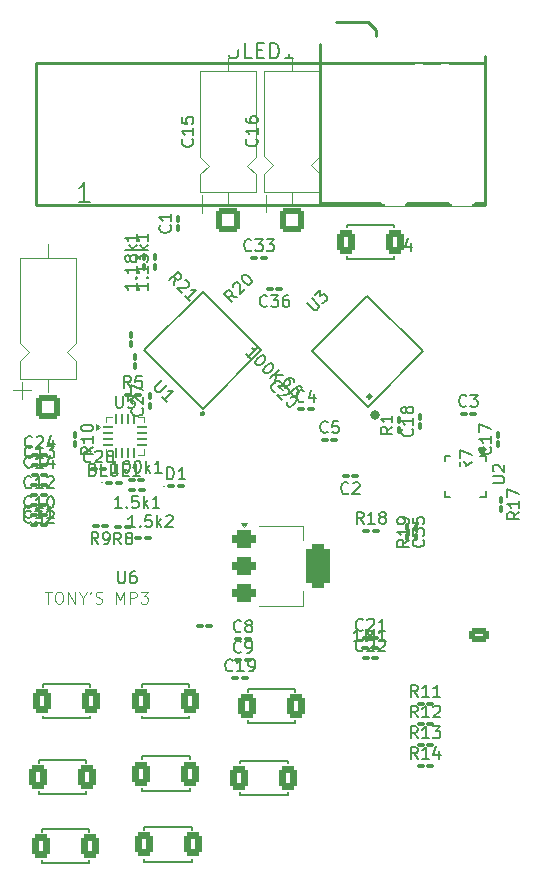
<source format=gbr>
%TF.GenerationSoftware,KiCad,Pcbnew,9.0.6*%
%TF.CreationDate,2025-12-23T23:32:32-06:00*%
%TF.ProjectId,Tony's MP3 Player,546f6e79-2773-4204-9d50-3320506c6179,rev?*%
%TF.SameCoordinates,Original*%
%TF.FileFunction,Legend,Top*%
%TF.FilePolarity,Positive*%
%FSLAX46Y46*%
G04 Gerber Fmt 4.6, Leading zero omitted, Abs format (unit mm)*
G04 Created by KiCad (PCBNEW 9.0.6) date 2025-12-23 23:32:32*
%MOMM*%
%LPD*%
G01*
G04 APERTURE LIST*
G04 Aperture macros list*
%AMRoundRect*
0 Rectangle with rounded corners*
0 $1 Rounding radius*
0 $2 $3 $4 $5 $6 $7 $8 $9 X,Y pos of 4 corners*
0 Add a 4 corners polygon primitive as box body*
4,1,4,$2,$3,$4,$5,$6,$7,$8,$9,$2,$3,0*
0 Add four circle primitives for the rounded corners*
1,1,$1+$1,$2,$3*
1,1,$1+$1,$4,$5*
1,1,$1+$1,$6,$7*
1,1,$1+$1,$8,$9*
0 Add four rect primitives between the rounded corners*
20,1,$1+$1,$2,$3,$4,$5,0*
20,1,$1+$1,$4,$5,$6,$7,0*
20,1,$1+$1,$6,$7,$8,$9,0*
20,1,$1+$1,$8,$9,$2,$3,0*%
%AMHorizOval*
0 Thick line with rounded ends*
0 $1 width*
0 $2 $3 position (X,Y) of the first rounded end (center of the circle)*
0 $4 $5 position (X,Y) of the second rounded end (center of the circle)*
0 Add line between two ends*
20,1,$1,$2,$3,$4,$5,0*
0 Add two circle primitives to create the rounded ends*
1,1,$1,$2,$3*
1,1,$1,$4,$5*%
G04 Aperture macros list end*
%ADD10C,0.100000*%
%ADD11C,0.150000*%
%ADD12C,0.203200*%
%ADD13C,0.120000*%
%ADD14C,0.127000*%
%ADD15C,0.200000*%
%ADD16C,0.400000*%
%ADD17C,0.254000*%
%ADD18C,0.300000*%
%ADD19C,0.250000*%
%ADD20RoundRect,0.100000X0.100000X-0.217500X0.100000X0.217500X-0.100000X0.217500X-0.100000X-0.217500X0*%
%ADD21RoundRect,0.100000X-0.217500X-0.100000X0.217500X-0.100000X0.217500X0.100000X-0.217500X0.100000X0*%
%ADD22RoundRect,0.250000X0.750000X-0.750000X0.750000X0.750000X-0.750000X0.750000X-0.750000X-0.750000X0*%
%ADD23C,2.000000*%
%ADD24RoundRect,0.100000X-0.100000X0.217500X-0.100000X-0.217500X0.100000X-0.217500X0.100000X0.217500X0*%
%ADD25RoundRect,0.375000X-0.625000X-0.375000X0.625000X-0.375000X0.625000X0.375000X-0.625000X0.375000X0*%
%ADD26RoundRect,0.500000X-0.500000X-1.400000X0.500000X-1.400000X0.500000X1.400000X-0.500000X1.400000X0*%
%ADD27RoundRect,0.287778X-0.489222X-0.714222X0.489222X-0.714222X0.489222X0.714222X-0.489222X0.714222X0*%
%ADD28RoundRect,0.100000X0.217500X0.100000X-0.217500X0.100000X-0.217500X-0.100000X0.217500X-0.100000X0*%
%ADD29RoundRect,0.100000X-0.224506X0.083085X0.083085X-0.224506X0.224506X-0.083085X-0.083085X0.224506X0*%
%ADD30RoundRect,0.100000X0.224506X-0.083085X-0.083085X0.224506X-0.224506X0.083085X0.083085X-0.224506X0*%
%ADD31HorizOval,0.270000X-0.434871X0.434871X0.434871X-0.434871X0*%
%ADD32HorizOval,0.270000X0.434871X0.434871X-0.434871X-0.434871X0*%
%ADD33R,0.280000X0.800000*%
%ADD34R,0.800000X0.280000*%
%ADD35R,1.600000X1.600000*%
%ADD36O,1.701600X1.701600*%
%ADD37R,0.800000X1.500000*%
%ADD38R,1.400000X1.900000*%
%ADD39R,1.800000X1.400000*%
%ADD40C,0.280000*%
%ADD41RoundRect,0.100000X-0.083085X-0.224506X0.224506X0.083085X0.083085X0.224506X-0.224506X-0.083085X0*%
%ADD42RoundRect,0.062500X-0.375000X-0.062500X0.375000X-0.062500X0.375000X0.062500X-0.375000X0.062500X0*%
%ADD43RoundRect,0.062500X-0.062500X-0.375000X0.062500X-0.375000X0.062500X0.375000X-0.062500X0.375000X0*%
%ADD44RoundRect,0.250000X0.625000X-0.350000X0.625000X0.350000X-0.625000X0.350000X-0.625000X-0.350000X0*%
%ADD45O,1.750000X1.200000*%
%ADD46C,0.600000*%
%ADD47O,0.900000X1.700000*%
%ADD48O,0.900000X2.000000*%
G04 APERTURE END LIST*
D10*
X128651027Y-97552419D02*
X129222455Y-97552419D01*
X128936741Y-98552419D02*
X128936741Y-97552419D01*
X129746265Y-97552419D02*
X129936741Y-97552419D01*
X129936741Y-97552419D02*
X130031979Y-97600038D01*
X130031979Y-97600038D02*
X130127217Y-97695276D01*
X130127217Y-97695276D02*
X130174836Y-97885752D01*
X130174836Y-97885752D02*
X130174836Y-98219085D01*
X130174836Y-98219085D02*
X130127217Y-98409561D01*
X130127217Y-98409561D02*
X130031979Y-98504800D01*
X130031979Y-98504800D02*
X129936741Y-98552419D01*
X129936741Y-98552419D02*
X129746265Y-98552419D01*
X129746265Y-98552419D02*
X129651027Y-98504800D01*
X129651027Y-98504800D02*
X129555789Y-98409561D01*
X129555789Y-98409561D02*
X129508170Y-98219085D01*
X129508170Y-98219085D02*
X129508170Y-97885752D01*
X129508170Y-97885752D02*
X129555789Y-97695276D01*
X129555789Y-97695276D02*
X129651027Y-97600038D01*
X129651027Y-97600038D02*
X129746265Y-97552419D01*
X130603408Y-98552419D02*
X130603408Y-97552419D01*
X130603408Y-97552419D02*
X131174836Y-98552419D01*
X131174836Y-98552419D02*
X131174836Y-97552419D01*
X131841503Y-98076228D02*
X131841503Y-98552419D01*
X131508170Y-97552419D02*
X131841503Y-98076228D01*
X131841503Y-98076228D02*
X132174836Y-97552419D01*
X132555789Y-97552419D02*
X132460551Y-97742895D01*
X132936741Y-98504800D02*
X133079598Y-98552419D01*
X133079598Y-98552419D02*
X133317693Y-98552419D01*
X133317693Y-98552419D02*
X133412931Y-98504800D01*
X133412931Y-98504800D02*
X133460550Y-98457180D01*
X133460550Y-98457180D02*
X133508169Y-98361942D01*
X133508169Y-98361942D02*
X133508169Y-98266704D01*
X133508169Y-98266704D02*
X133460550Y-98171466D01*
X133460550Y-98171466D02*
X133412931Y-98123847D01*
X133412931Y-98123847D02*
X133317693Y-98076228D01*
X133317693Y-98076228D02*
X133127217Y-98028609D01*
X133127217Y-98028609D02*
X133031979Y-97980990D01*
X133031979Y-97980990D02*
X132984360Y-97933371D01*
X132984360Y-97933371D02*
X132936741Y-97838133D01*
X132936741Y-97838133D02*
X132936741Y-97742895D01*
X132936741Y-97742895D02*
X132984360Y-97647657D01*
X132984360Y-97647657D02*
X133031979Y-97600038D01*
X133031979Y-97600038D02*
X133127217Y-97552419D01*
X133127217Y-97552419D02*
X133365312Y-97552419D01*
X133365312Y-97552419D02*
X133508169Y-97600038D01*
X134698646Y-98552419D02*
X134698646Y-97552419D01*
X134698646Y-97552419D02*
X135031979Y-98266704D01*
X135031979Y-98266704D02*
X135365312Y-97552419D01*
X135365312Y-97552419D02*
X135365312Y-98552419D01*
X135841503Y-98552419D02*
X135841503Y-97552419D01*
X135841503Y-97552419D02*
X136222455Y-97552419D01*
X136222455Y-97552419D02*
X136317693Y-97600038D01*
X136317693Y-97600038D02*
X136365312Y-97647657D01*
X136365312Y-97647657D02*
X136412931Y-97742895D01*
X136412931Y-97742895D02*
X136412931Y-97885752D01*
X136412931Y-97885752D02*
X136365312Y-97980990D01*
X136365312Y-97980990D02*
X136317693Y-98028609D01*
X136317693Y-98028609D02*
X136222455Y-98076228D01*
X136222455Y-98076228D02*
X135841503Y-98076228D01*
X136746265Y-97552419D02*
X137365312Y-97552419D01*
X137365312Y-97552419D02*
X137031979Y-97933371D01*
X137031979Y-97933371D02*
X137174836Y-97933371D01*
X137174836Y-97933371D02*
X137270074Y-97980990D01*
X137270074Y-97980990D02*
X137317693Y-98028609D01*
X137317693Y-98028609D02*
X137365312Y-98123847D01*
X137365312Y-98123847D02*
X137365312Y-98361942D01*
X137365312Y-98361942D02*
X137317693Y-98457180D01*
X137317693Y-98457180D02*
X137270074Y-98504800D01*
X137270074Y-98504800D02*
X137174836Y-98552419D01*
X137174836Y-98552419D02*
X136889122Y-98552419D01*
X136889122Y-98552419D02*
X136793884Y-98504800D01*
X136793884Y-98504800D02*
X136746265Y-98457180D01*
D11*
X159739580Y-83785357D02*
X159787200Y-83832976D01*
X159787200Y-83832976D02*
X159834819Y-83975833D01*
X159834819Y-83975833D02*
X159834819Y-84071071D01*
X159834819Y-84071071D02*
X159787200Y-84213928D01*
X159787200Y-84213928D02*
X159691961Y-84309166D01*
X159691961Y-84309166D02*
X159596723Y-84356785D01*
X159596723Y-84356785D02*
X159406247Y-84404404D01*
X159406247Y-84404404D02*
X159263390Y-84404404D01*
X159263390Y-84404404D02*
X159072914Y-84356785D01*
X159072914Y-84356785D02*
X158977676Y-84309166D01*
X158977676Y-84309166D02*
X158882438Y-84213928D01*
X158882438Y-84213928D02*
X158834819Y-84071071D01*
X158834819Y-84071071D02*
X158834819Y-83975833D01*
X158834819Y-83975833D02*
X158882438Y-83832976D01*
X158882438Y-83832976D02*
X158930057Y-83785357D01*
X159834819Y-82832976D02*
X159834819Y-83404404D01*
X159834819Y-83118690D02*
X158834819Y-83118690D01*
X158834819Y-83118690D02*
X158977676Y-83213928D01*
X158977676Y-83213928D02*
X159072914Y-83309166D01*
X159072914Y-83309166D02*
X159120533Y-83404404D01*
X159263390Y-82261547D02*
X159215771Y-82356785D01*
X159215771Y-82356785D02*
X159168152Y-82404404D01*
X159168152Y-82404404D02*
X159072914Y-82452023D01*
X159072914Y-82452023D02*
X159025295Y-82452023D01*
X159025295Y-82452023D02*
X158930057Y-82404404D01*
X158930057Y-82404404D02*
X158882438Y-82356785D01*
X158882438Y-82356785D02*
X158834819Y-82261547D01*
X158834819Y-82261547D02*
X158834819Y-82071071D01*
X158834819Y-82071071D02*
X158882438Y-81975833D01*
X158882438Y-81975833D02*
X158930057Y-81928214D01*
X158930057Y-81928214D02*
X159025295Y-81880595D01*
X159025295Y-81880595D02*
X159072914Y-81880595D01*
X159072914Y-81880595D02*
X159168152Y-81928214D01*
X159168152Y-81928214D02*
X159215771Y-81975833D01*
X159215771Y-81975833D02*
X159263390Y-82071071D01*
X159263390Y-82071071D02*
X159263390Y-82261547D01*
X159263390Y-82261547D02*
X159311009Y-82356785D01*
X159311009Y-82356785D02*
X159358628Y-82404404D01*
X159358628Y-82404404D02*
X159453866Y-82452023D01*
X159453866Y-82452023D02*
X159644342Y-82452023D01*
X159644342Y-82452023D02*
X159739580Y-82404404D01*
X159739580Y-82404404D02*
X159787200Y-82356785D01*
X159787200Y-82356785D02*
X159834819Y-82261547D01*
X159834819Y-82261547D02*
X159834819Y-82071071D01*
X159834819Y-82071071D02*
X159787200Y-81975833D01*
X159787200Y-81975833D02*
X159739580Y-81928214D01*
X159739580Y-81928214D02*
X159644342Y-81880595D01*
X159644342Y-81880595D02*
X159453866Y-81880595D01*
X159453866Y-81880595D02*
X159358628Y-81928214D01*
X159358628Y-81928214D02*
X159311009Y-81975833D01*
X159311009Y-81975833D02*
X159263390Y-82071071D01*
X137354819Y-71403214D02*
X137354819Y-71974642D01*
X137354819Y-71688928D02*
X136354819Y-71688928D01*
X136354819Y-71688928D02*
X136497676Y-71784166D01*
X136497676Y-71784166D02*
X136592914Y-71879404D01*
X136592914Y-71879404D02*
X136640533Y-71974642D01*
X137259580Y-70974642D02*
X137307200Y-70927023D01*
X137307200Y-70927023D02*
X137354819Y-70974642D01*
X137354819Y-70974642D02*
X137307200Y-71022261D01*
X137307200Y-71022261D02*
X137259580Y-70974642D01*
X137259580Y-70974642D02*
X137354819Y-70974642D01*
X137354819Y-69974643D02*
X137354819Y-70546071D01*
X137354819Y-70260357D02*
X136354819Y-70260357D01*
X136354819Y-70260357D02*
X136497676Y-70355595D01*
X136497676Y-70355595D02*
X136592914Y-70450833D01*
X136592914Y-70450833D02*
X136640533Y-70546071D01*
X136354819Y-69641309D02*
X136354819Y-69022262D01*
X136354819Y-69022262D02*
X136735771Y-69355595D01*
X136735771Y-69355595D02*
X136735771Y-69212738D01*
X136735771Y-69212738D02*
X136783390Y-69117500D01*
X136783390Y-69117500D02*
X136831009Y-69069881D01*
X136831009Y-69069881D02*
X136926247Y-69022262D01*
X136926247Y-69022262D02*
X137164342Y-69022262D01*
X137164342Y-69022262D02*
X137259580Y-69069881D01*
X137259580Y-69069881D02*
X137307200Y-69117500D01*
X137307200Y-69117500D02*
X137354819Y-69212738D01*
X137354819Y-69212738D02*
X137354819Y-69498452D01*
X137354819Y-69498452D02*
X137307200Y-69593690D01*
X137307200Y-69593690D02*
X137259580Y-69641309D01*
X137354819Y-68593690D02*
X136354819Y-68593690D01*
X136973866Y-68498452D02*
X137354819Y-68212738D01*
X136688152Y-68212738D02*
X137069104Y-68593690D01*
X137354819Y-67260357D02*
X137354819Y-67831785D01*
X137354819Y-67546071D02*
X136354819Y-67546071D01*
X136354819Y-67546071D02*
X136497676Y-67641309D01*
X136497676Y-67641309D02*
X136592914Y-67736547D01*
X136592914Y-67736547D02*
X136640533Y-67831785D01*
X127547142Y-86099580D02*
X127499523Y-86147200D01*
X127499523Y-86147200D02*
X127356666Y-86194819D01*
X127356666Y-86194819D02*
X127261428Y-86194819D01*
X127261428Y-86194819D02*
X127118571Y-86147200D01*
X127118571Y-86147200D02*
X127023333Y-86051961D01*
X127023333Y-86051961D02*
X126975714Y-85956723D01*
X126975714Y-85956723D02*
X126928095Y-85766247D01*
X126928095Y-85766247D02*
X126928095Y-85623390D01*
X126928095Y-85623390D02*
X126975714Y-85432914D01*
X126975714Y-85432914D02*
X127023333Y-85337676D01*
X127023333Y-85337676D02*
X127118571Y-85242438D01*
X127118571Y-85242438D02*
X127261428Y-85194819D01*
X127261428Y-85194819D02*
X127356666Y-85194819D01*
X127356666Y-85194819D02*
X127499523Y-85242438D01*
X127499523Y-85242438D02*
X127547142Y-85290057D01*
X128499523Y-86194819D02*
X127928095Y-86194819D01*
X128213809Y-86194819D02*
X128213809Y-85194819D01*
X128213809Y-85194819D02*
X128118571Y-85337676D01*
X128118571Y-85337676D02*
X128023333Y-85432914D01*
X128023333Y-85432914D02*
X127928095Y-85480533D01*
X128832857Y-85194819D02*
X129451904Y-85194819D01*
X129451904Y-85194819D02*
X129118571Y-85575771D01*
X129118571Y-85575771D02*
X129261428Y-85575771D01*
X129261428Y-85575771D02*
X129356666Y-85623390D01*
X129356666Y-85623390D02*
X129404285Y-85671009D01*
X129404285Y-85671009D02*
X129451904Y-85766247D01*
X129451904Y-85766247D02*
X129451904Y-86004342D01*
X129451904Y-86004342D02*
X129404285Y-86099580D01*
X129404285Y-86099580D02*
X129356666Y-86147200D01*
X129356666Y-86147200D02*
X129261428Y-86194819D01*
X129261428Y-86194819D02*
X128975714Y-86194819D01*
X128975714Y-86194819D02*
X128880476Y-86147200D01*
X128880476Y-86147200D02*
X128832857Y-86099580D01*
X159484819Y-93162857D02*
X159008628Y-93496190D01*
X159484819Y-93734285D02*
X158484819Y-93734285D01*
X158484819Y-93734285D02*
X158484819Y-93353333D01*
X158484819Y-93353333D02*
X158532438Y-93258095D01*
X158532438Y-93258095D02*
X158580057Y-93210476D01*
X158580057Y-93210476D02*
X158675295Y-93162857D01*
X158675295Y-93162857D02*
X158818152Y-93162857D01*
X158818152Y-93162857D02*
X158913390Y-93210476D01*
X158913390Y-93210476D02*
X158961009Y-93258095D01*
X158961009Y-93258095D02*
X159008628Y-93353333D01*
X159008628Y-93353333D02*
X159008628Y-93734285D01*
X159484819Y-92210476D02*
X159484819Y-92781904D01*
X159484819Y-92496190D02*
X158484819Y-92496190D01*
X158484819Y-92496190D02*
X158627676Y-92591428D01*
X158627676Y-92591428D02*
X158722914Y-92686666D01*
X158722914Y-92686666D02*
X158770533Y-92781904D01*
X159484819Y-91734285D02*
X159484819Y-91543809D01*
X159484819Y-91543809D02*
X159437200Y-91448571D01*
X159437200Y-91448571D02*
X159389580Y-91400952D01*
X159389580Y-91400952D02*
X159246723Y-91305714D01*
X159246723Y-91305714D02*
X159056247Y-91258095D01*
X159056247Y-91258095D02*
X158675295Y-91258095D01*
X158675295Y-91258095D02*
X158580057Y-91305714D01*
X158580057Y-91305714D02*
X158532438Y-91353333D01*
X158532438Y-91353333D02*
X158484819Y-91448571D01*
X158484819Y-91448571D02*
X158484819Y-91639047D01*
X158484819Y-91639047D02*
X158532438Y-91734285D01*
X158532438Y-91734285D02*
X158580057Y-91781904D01*
X158580057Y-91781904D02*
X158675295Y-91829523D01*
X158675295Y-91829523D02*
X158913390Y-91829523D01*
X158913390Y-91829523D02*
X159008628Y-91781904D01*
X159008628Y-91781904D02*
X159056247Y-91734285D01*
X159056247Y-91734285D02*
X159103866Y-91639047D01*
X159103866Y-91639047D02*
X159103866Y-91448571D01*
X159103866Y-91448571D02*
X159056247Y-91353333D01*
X159056247Y-91353333D02*
X159008628Y-91305714D01*
X159008628Y-91305714D02*
X158913390Y-91258095D01*
X127534642Y-86949580D02*
X127487023Y-86997200D01*
X127487023Y-86997200D02*
X127344166Y-87044819D01*
X127344166Y-87044819D02*
X127248928Y-87044819D01*
X127248928Y-87044819D02*
X127106071Y-86997200D01*
X127106071Y-86997200D02*
X127010833Y-86901961D01*
X127010833Y-86901961D02*
X126963214Y-86806723D01*
X126963214Y-86806723D02*
X126915595Y-86616247D01*
X126915595Y-86616247D02*
X126915595Y-86473390D01*
X126915595Y-86473390D02*
X126963214Y-86282914D01*
X126963214Y-86282914D02*
X127010833Y-86187676D01*
X127010833Y-86187676D02*
X127106071Y-86092438D01*
X127106071Y-86092438D02*
X127248928Y-86044819D01*
X127248928Y-86044819D02*
X127344166Y-86044819D01*
X127344166Y-86044819D02*
X127487023Y-86092438D01*
X127487023Y-86092438D02*
X127534642Y-86140057D01*
X128487023Y-87044819D02*
X127915595Y-87044819D01*
X128201309Y-87044819D02*
X128201309Y-86044819D01*
X128201309Y-86044819D02*
X128106071Y-86187676D01*
X128106071Y-86187676D02*
X128010833Y-86282914D01*
X128010833Y-86282914D02*
X127915595Y-86330533D01*
X129344166Y-86378152D02*
X129344166Y-87044819D01*
X129106071Y-85997200D02*
X128867976Y-86711485D01*
X128867976Y-86711485D02*
X129487023Y-86711485D01*
X168804819Y-90802857D02*
X168328628Y-91136190D01*
X168804819Y-91374285D02*
X167804819Y-91374285D01*
X167804819Y-91374285D02*
X167804819Y-90993333D01*
X167804819Y-90993333D02*
X167852438Y-90898095D01*
X167852438Y-90898095D02*
X167900057Y-90850476D01*
X167900057Y-90850476D02*
X167995295Y-90802857D01*
X167995295Y-90802857D02*
X168138152Y-90802857D01*
X168138152Y-90802857D02*
X168233390Y-90850476D01*
X168233390Y-90850476D02*
X168281009Y-90898095D01*
X168281009Y-90898095D02*
X168328628Y-90993333D01*
X168328628Y-90993333D02*
X168328628Y-91374285D01*
X168804819Y-89850476D02*
X168804819Y-90421904D01*
X168804819Y-90136190D02*
X167804819Y-90136190D01*
X167804819Y-90136190D02*
X167947676Y-90231428D01*
X167947676Y-90231428D02*
X168042914Y-90326666D01*
X168042914Y-90326666D02*
X168090533Y-90421904D01*
X167804819Y-89517142D02*
X167804819Y-88850476D01*
X167804819Y-88850476D02*
X168804819Y-89279047D01*
X141132080Y-59242857D02*
X141179700Y-59290476D01*
X141179700Y-59290476D02*
X141227319Y-59433333D01*
X141227319Y-59433333D02*
X141227319Y-59528571D01*
X141227319Y-59528571D02*
X141179700Y-59671428D01*
X141179700Y-59671428D02*
X141084461Y-59766666D01*
X141084461Y-59766666D02*
X140989223Y-59814285D01*
X140989223Y-59814285D02*
X140798747Y-59861904D01*
X140798747Y-59861904D02*
X140655890Y-59861904D01*
X140655890Y-59861904D02*
X140465414Y-59814285D01*
X140465414Y-59814285D02*
X140370176Y-59766666D01*
X140370176Y-59766666D02*
X140274938Y-59671428D01*
X140274938Y-59671428D02*
X140227319Y-59528571D01*
X140227319Y-59528571D02*
X140227319Y-59433333D01*
X140227319Y-59433333D02*
X140274938Y-59290476D01*
X140274938Y-59290476D02*
X140322557Y-59242857D01*
X141227319Y-58290476D02*
X141227319Y-58861904D01*
X141227319Y-58576190D02*
X140227319Y-58576190D01*
X140227319Y-58576190D02*
X140370176Y-58671428D01*
X140370176Y-58671428D02*
X140465414Y-58766666D01*
X140465414Y-58766666D02*
X140513033Y-58861904D01*
X140227319Y-57385714D02*
X140227319Y-57861904D01*
X140227319Y-57861904D02*
X140703509Y-57909523D01*
X140703509Y-57909523D02*
X140655890Y-57861904D01*
X140655890Y-57861904D02*
X140608271Y-57766666D01*
X140608271Y-57766666D02*
X140608271Y-57528571D01*
X140608271Y-57528571D02*
X140655890Y-57433333D01*
X140655890Y-57433333D02*
X140703509Y-57385714D01*
X140703509Y-57385714D02*
X140798747Y-57338095D01*
X140798747Y-57338095D02*
X141036842Y-57338095D01*
X141036842Y-57338095D02*
X141132080Y-57385714D01*
X141132080Y-57385714D02*
X141179700Y-57433333D01*
X141179700Y-57433333D02*
X141227319Y-57528571D01*
X141227319Y-57528571D02*
X141227319Y-57766666D01*
X141227319Y-57766666D02*
X141179700Y-57861904D01*
X141179700Y-57861904D02*
X141132080Y-57909523D01*
X146139642Y-68619580D02*
X146092023Y-68667200D01*
X146092023Y-68667200D02*
X145949166Y-68714819D01*
X145949166Y-68714819D02*
X145853928Y-68714819D01*
X145853928Y-68714819D02*
X145711071Y-68667200D01*
X145711071Y-68667200D02*
X145615833Y-68571961D01*
X145615833Y-68571961D02*
X145568214Y-68476723D01*
X145568214Y-68476723D02*
X145520595Y-68286247D01*
X145520595Y-68286247D02*
X145520595Y-68143390D01*
X145520595Y-68143390D02*
X145568214Y-67952914D01*
X145568214Y-67952914D02*
X145615833Y-67857676D01*
X145615833Y-67857676D02*
X145711071Y-67762438D01*
X145711071Y-67762438D02*
X145853928Y-67714819D01*
X145853928Y-67714819D02*
X145949166Y-67714819D01*
X145949166Y-67714819D02*
X146092023Y-67762438D01*
X146092023Y-67762438D02*
X146139642Y-67810057D01*
X146472976Y-67714819D02*
X147092023Y-67714819D01*
X147092023Y-67714819D02*
X146758690Y-68095771D01*
X146758690Y-68095771D02*
X146901547Y-68095771D01*
X146901547Y-68095771D02*
X146996785Y-68143390D01*
X146996785Y-68143390D02*
X147044404Y-68191009D01*
X147044404Y-68191009D02*
X147092023Y-68286247D01*
X147092023Y-68286247D02*
X147092023Y-68524342D01*
X147092023Y-68524342D02*
X147044404Y-68619580D01*
X147044404Y-68619580D02*
X146996785Y-68667200D01*
X146996785Y-68667200D02*
X146901547Y-68714819D01*
X146901547Y-68714819D02*
X146615833Y-68714819D01*
X146615833Y-68714819D02*
X146520595Y-68667200D01*
X146520595Y-68667200D02*
X146472976Y-68619580D01*
X147425357Y-67714819D02*
X148044404Y-67714819D01*
X148044404Y-67714819D02*
X147711071Y-68095771D01*
X147711071Y-68095771D02*
X147853928Y-68095771D01*
X147853928Y-68095771D02*
X147949166Y-68143390D01*
X147949166Y-68143390D02*
X147996785Y-68191009D01*
X147996785Y-68191009D02*
X148044404Y-68286247D01*
X148044404Y-68286247D02*
X148044404Y-68524342D01*
X148044404Y-68524342D02*
X147996785Y-68619580D01*
X147996785Y-68619580D02*
X147949166Y-68667200D01*
X147949166Y-68667200D02*
X147853928Y-68714819D01*
X147853928Y-68714819D02*
X147568214Y-68714819D01*
X147568214Y-68714819D02*
X147472976Y-68667200D01*
X147472976Y-68667200D02*
X147425357Y-68619580D01*
X136434819Y-71418214D02*
X136434819Y-71989642D01*
X136434819Y-71703928D02*
X135434819Y-71703928D01*
X135434819Y-71703928D02*
X135577676Y-71799166D01*
X135577676Y-71799166D02*
X135672914Y-71894404D01*
X135672914Y-71894404D02*
X135720533Y-71989642D01*
X136339580Y-70989642D02*
X136387200Y-70942023D01*
X136387200Y-70942023D02*
X136434819Y-70989642D01*
X136434819Y-70989642D02*
X136387200Y-71037261D01*
X136387200Y-71037261D02*
X136339580Y-70989642D01*
X136339580Y-70989642D02*
X136434819Y-70989642D01*
X136434819Y-69989643D02*
X136434819Y-70561071D01*
X136434819Y-70275357D02*
X135434819Y-70275357D01*
X135434819Y-70275357D02*
X135577676Y-70370595D01*
X135577676Y-70370595D02*
X135672914Y-70465833D01*
X135672914Y-70465833D02*
X135720533Y-70561071D01*
X135863390Y-69418214D02*
X135815771Y-69513452D01*
X135815771Y-69513452D02*
X135768152Y-69561071D01*
X135768152Y-69561071D02*
X135672914Y-69608690D01*
X135672914Y-69608690D02*
X135625295Y-69608690D01*
X135625295Y-69608690D02*
X135530057Y-69561071D01*
X135530057Y-69561071D02*
X135482438Y-69513452D01*
X135482438Y-69513452D02*
X135434819Y-69418214D01*
X135434819Y-69418214D02*
X135434819Y-69227738D01*
X135434819Y-69227738D02*
X135482438Y-69132500D01*
X135482438Y-69132500D02*
X135530057Y-69084881D01*
X135530057Y-69084881D02*
X135625295Y-69037262D01*
X135625295Y-69037262D02*
X135672914Y-69037262D01*
X135672914Y-69037262D02*
X135768152Y-69084881D01*
X135768152Y-69084881D02*
X135815771Y-69132500D01*
X135815771Y-69132500D02*
X135863390Y-69227738D01*
X135863390Y-69227738D02*
X135863390Y-69418214D01*
X135863390Y-69418214D02*
X135911009Y-69513452D01*
X135911009Y-69513452D02*
X135958628Y-69561071D01*
X135958628Y-69561071D02*
X136053866Y-69608690D01*
X136053866Y-69608690D02*
X136244342Y-69608690D01*
X136244342Y-69608690D02*
X136339580Y-69561071D01*
X136339580Y-69561071D02*
X136387200Y-69513452D01*
X136387200Y-69513452D02*
X136434819Y-69418214D01*
X136434819Y-69418214D02*
X136434819Y-69227738D01*
X136434819Y-69227738D02*
X136387200Y-69132500D01*
X136387200Y-69132500D02*
X136339580Y-69084881D01*
X136339580Y-69084881D02*
X136244342Y-69037262D01*
X136244342Y-69037262D02*
X136053866Y-69037262D01*
X136053866Y-69037262D02*
X135958628Y-69084881D01*
X135958628Y-69084881D02*
X135911009Y-69132500D01*
X135911009Y-69132500D02*
X135863390Y-69227738D01*
X136434819Y-68608690D02*
X135434819Y-68608690D01*
X136053866Y-68513452D02*
X136434819Y-68227738D01*
X135768152Y-68227738D02*
X136149104Y-68608690D01*
X136434819Y-67275357D02*
X136434819Y-67846785D01*
X136434819Y-67561071D02*
X135434819Y-67561071D01*
X135434819Y-67561071D02*
X135577676Y-67656309D01*
X135577676Y-67656309D02*
X135672914Y-67751547D01*
X135672914Y-67751547D02*
X135720533Y-67846785D01*
X160679580Y-93132857D02*
X160727200Y-93180476D01*
X160727200Y-93180476D02*
X160774819Y-93323333D01*
X160774819Y-93323333D02*
X160774819Y-93418571D01*
X160774819Y-93418571D02*
X160727200Y-93561428D01*
X160727200Y-93561428D02*
X160631961Y-93656666D01*
X160631961Y-93656666D02*
X160536723Y-93704285D01*
X160536723Y-93704285D02*
X160346247Y-93751904D01*
X160346247Y-93751904D02*
X160203390Y-93751904D01*
X160203390Y-93751904D02*
X160012914Y-93704285D01*
X160012914Y-93704285D02*
X159917676Y-93656666D01*
X159917676Y-93656666D02*
X159822438Y-93561428D01*
X159822438Y-93561428D02*
X159774819Y-93418571D01*
X159774819Y-93418571D02*
X159774819Y-93323333D01*
X159774819Y-93323333D02*
X159822438Y-93180476D01*
X159822438Y-93180476D02*
X159870057Y-93132857D01*
X159774819Y-92799523D02*
X159774819Y-92180476D01*
X159774819Y-92180476D02*
X160155771Y-92513809D01*
X160155771Y-92513809D02*
X160155771Y-92370952D01*
X160155771Y-92370952D02*
X160203390Y-92275714D01*
X160203390Y-92275714D02*
X160251009Y-92228095D01*
X160251009Y-92228095D02*
X160346247Y-92180476D01*
X160346247Y-92180476D02*
X160584342Y-92180476D01*
X160584342Y-92180476D02*
X160679580Y-92228095D01*
X160679580Y-92228095D02*
X160727200Y-92275714D01*
X160727200Y-92275714D02*
X160774819Y-92370952D01*
X160774819Y-92370952D02*
X160774819Y-92656666D01*
X160774819Y-92656666D02*
X160727200Y-92751904D01*
X160727200Y-92751904D02*
X160679580Y-92799523D01*
X159774819Y-91275714D02*
X159774819Y-91751904D01*
X159774819Y-91751904D02*
X160251009Y-91799523D01*
X160251009Y-91799523D02*
X160203390Y-91751904D01*
X160203390Y-91751904D02*
X160155771Y-91656666D01*
X160155771Y-91656666D02*
X160155771Y-91418571D01*
X160155771Y-91418571D02*
X160203390Y-91323333D01*
X160203390Y-91323333D02*
X160251009Y-91275714D01*
X160251009Y-91275714D02*
X160346247Y-91228095D01*
X160346247Y-91228095D02*
X160584342Y-91228095D01*
X160584342Y-91228095D02*
X160679580Y-91275714D01*
X160679580Y-91275714D02*
X160727200Y-91323333D01*
X160727200Y-91323333D02*
X160774819Y-91418571D01*
X160774819Y-91418571D02*
X160774819Y-91656666D01*
X160774819Y-91656666D02*
X160727200Y-91751904D01*
X160727200Y-91751904D02*
X160679580Y-91799523D01*
X127499642Y-90359580D02*
X127452023Y-90407200D01*
X127452023Y-90407200D02*
X127309166Y-90454819D01*
X127309166Y-90454819D02*
X127213928Y-90454819D01*
X127213928Y-90454819D02*
X127071071Y-90407200D01*
X127071071Y-90407200D02*
X126975833Y-90311961D01*
X126975833Y-90311961D02*
X126928214Y-90216723D01*
X126928214Y-90216723D02*
X126880595Y-90026247D01*
X126880595Y-90026247D02*
X126880595Y-89883390D01*
X126880595Y-89883390D02*
X126928214Y-89692914D01*
X126928214Y-89692914D02*
X126975833Y-89597676D01*
X126975833Y-89597676D02*
X127071071Y-89502438D01*
X127071071Y-89502438D02*
X127213928Y-89454819D01*
X127213928Y-89454819D02*
X127309166Y-89454819D01*
X127309166Y-89454819D02*
X127452023Y-89502438D01*
X127452023Y-89502438D02*
X127499642Y-89550057D01*
X128452023Y-90454819D02*
X127880595Y-90454819D01*
X128166309Y-90454819D02*
X128166309Y-89454819D01*
X128166309Y-89454819D02*
X128071071Y-89597676D01*
X128071071Y-89597676D02*
X127975833Y-89692914D01*
X127975833Y-89692914D02*
X127880595Y-89740533D01*
X129071071Y-89454819D02*
X129166309Y-89454819D01*
X129166309Y-89454819D02*
X129261547Y-89502438D01*
X129261547Y-89502438D02*
X129309166Y-89550057D01*
X129309166Y-89550057D02*
X129356785Y-89645295D01*
X129356785Y-89645295D02*
X129404404Y-89835771D01*
X129404404Y-89835771D02*
X129404404Y-90073866D01*
X129404404Y-90073866D02*
X129356785Y-90264342D01*
X129356785Y-90264342D02*
X129309166Y-90359580D01*
X129309166Y-90359580D02*
X129261547Y-90407200D01*
X129261547Y-90407200D02*
X129166309Y-90454819D01*
X129166309Y-90454819D02*
X129071071Y-90454819D01*
X129071071Y-90454819D02*
X128975833Y-90407200D01*
X128975833Y-90407200D02*
X128928214Y-90359580D01*
X128928214Y-90359580D02*
X128880595Y-90264342D01*
X128880595Y-90264342D02*
X128832976Y-90073866D01*
X128832976Y-90073866D02*
X128832976Y-89835771D01*
X128832976Y-89835771D02*
X128880595Y-89645295D01*
X128880595Y-89645295D02*
X128928214Y-89550057D01*
X128928214Y-89550057D02*
X128975833Y-89502438D01*
X128975833Y-89502438D02*
X129071071Y-89454819D01*
X152590833Y-84009580D02*
X152543214Y-84057200D01*
X152543214Y-84057200D02*
X152400357Y-84104819D01*
X152400357Y-84104819D02*
X152305119Y-84104819D01*
X152305119Y-84104819D02*
X152162262Y-84057200D01*
X152162262Y-84057200D02*
X152067024Y-83961961D01*
X152067024Y-83961961D02*
X152019405Y-83866723D01*
X152019405Y-83866723D02*
X151971786Y-83676247D01*
X151971786Y-83676247D02*
X151971786Y-83533390D01*
X151971786Y-83533390D02*
X152019405Y-83342914D01*
X152019405Y-83342914D02*
X152067024Y-83247676D01*
X152067024Y-83247676D02*
X152162262Y-83152438D01*
X152162262Y-83152438D02*
X152305119Y-83104819D01*
X152305119Y-83104819D02*
X152400357Y-83104819D01*
X152400357Y-83104819D02*
X152543214Y-83152438D01*
X152543214Y-83152438D02*
X152590833Y-83200057D01*
X153495595Y-83104819D02*
X153019405Y-83104819D01*
X153019405Y-83104819D02*
X152971786Y-83581009D01*
X152971786Y-83581009D02*
X153019405Y-83533390D01*
X153019405Y-83533390D02*
X153114643Y-83485771D01*
X153114643Y-83485771D02*
X153352738Y-83485771D01*
X153352738Y-83485771D02*
X153447976Y-83533390D01*
X153447976Y-83533390D02*
X153495595Y-83581009D01*
X153495595Y-83581009D02*
X153543214Y-83676247D01*
X153543214Y-83676247D02*
X153543214Y-83914342D01*
X153543214Y-83914342D02*
X153495595Y-84009580D01*
X153495595Y-84009580D02*
X153447976Y-84057200D01*
X153447976Y-84057200D02*
X153352738Y-84104819D01*
X153352738Y-84104819D02*
X153114643Y-84104819D01*
X153114643Y-84104819D02*
X153019405Y-84057200D01*
X153019405Y-84057200D02*
X152971786Y-84009580D01*
X166349580Y-85302857D02*
X166397200Y-85350476D01*
X166397200Y-85350476D02*
X166444819Y-85493333D01*
X166444819Y-85493333D02*
X166444819Y-85588571D01*
X166444819Y-85588571D02*
X166397200Y-85731428D01*
X166397200Y-85731428D02*
X166301961Y-85826666D01*
X166301961Y-85826666D02*
X166206723Y-85874285D01*
X166206723Y-85874285D02*
X166016247Y-85921904D01*
X166016247Y-85921904D02*
X165873390Y-85921904D01*
X165873390Y-85921904D02*
X165682914Y-85874285D01*
X165682914Y-85874285D02*
X165587676Y-85826666D01*
X165587676Y-85826666D02*
X165492438Y-85731428D01*
X165492438Y-85731428D02*
X165444819Y-85588571D01*
X165444819Y-85588571D02*
X165444819Y-85493333D01*
X165444819Y-85493333D02*
X165492438Y-85350476D01*
X165492438Y-85350476D02*
X165540057Y-85302857D01*
X166444819Y-84350476D02*
X166444819Y-84921904D01*
X166444819Y-84636190D02*
X165444819Y-84636190D01*
X165444819Y-84636190D02*
X165587676Y-84731428D01*
X165587676Y-84731428D02*
X165682914Y-84826666D01*
X165682914Y-84826666D02*
X165730533Y-84921904D01*
X165444819Y-84017142D02*
X165444819Y-83350476D01*
X165444819Y-83350476D02*
X166444819Y-83779047D01*
X132734285Y-87201009D02*
X132877142Y-87248628D01*
X132877142Y-87248628D02*
X132924761Y-87296247D01*
X132924761Y-87296247D02*
X132972380Y-87391485D01*
X132972380Y-87391485D02*
X132972380Y-87534342D01*
X132972380Y-87534342D02*
X132924761Y-87629580D01*
X132924761Y-87629580D02*
X132877142Y-87677200D01*
X132877142Y-87677200D02*
X132781904Y-87724819D01*
X132781904Y-87724819D02*
X132400952Y-87724819D01*
X132400952Y-87724819D02*
X132400952Y-86724819D01*
X132400952Y-86724819D02*
X132734285Y-86724819D01*
X132734285Y-86724819D02*
X132829523Y-86772438D01*
X132829523Y-86772438D02*
X132877142Y-86820057D01*
X132877142Y-86820057D02*
X132924761Y-86915295D01*
X132924761Y-86915295D02*
X132924761Y-87010533D01*
X132924761Y-87010533D02*
X132877142Y-87105771D01*
X132877142Y-87105771D02*
X132829523Y-87153390D01*
X132829523Y-87153390D02*
X132734285Y-87201009D01*
X132734285Y-87201009D02*
X132400952Y-87201009D01*
X133877142Y-87724819D02*
X133400952Y-87724819D01*
X133400952Y-87724819D02*
X133400952Y-86724819D01*
X134210476Y-86724819D02*
X134210476Y-87534342D01*
X134210476Y-87534342D02*
X134258095Y-87629580D01*
X134258095Y-87629580D02*
X134305714Y-87677200D01*
X134305714Y-87677200D02*
X134400952Y-87724819D01*
X134400952Y-87724819D02*
X134591428Y-87724819D01*
X134591428Y-87724819D02*
X134686666Y-87677200D01*
X134686666Y-87677200D02*
X134734285Y-87629580D01*
X134734285Y-87629580D02*
X134781904Y-87534342D01*
X134781904Y-87534342D02*
X134781904Y-86724819D01*
X135258095Y-87201009D02*
X135591428Y-87201009D01*
X135734285Y-87724819D02*
X135258095Y-87724819D01*
X135258095Y-87724819D02*
X135258095Y-86724819D01*
X135258095Y-86724819D02*
X135734285Y-86724819D01*
X136686666Y-87724819D02*
X136115238Y-87724819D01*
X136400952Y-87724819D02*
X136400952Y-86724819D01*
X136400952Y-86724819D02*
X136305714Y-86867676D01*
X136305714Y-86867676D02*
X136210476Y-86962914D01*
X136210476Y-86962914D02*
X136115238Y-87010533D01*
X134843712Y-95819936D02*
X134843712Y-96629459D01*
X134843712Y-96629459D02*
X134891331Y-96724697D01*
X134891331Y-96724697D02*
X134938950Y-96772317D01*
X134938950Y-96772317D02*
X135034188Y-96819936D01*
X135034188Y-96819936D02*
X135224664Y-96819936D01*
X135224664Y-96819936D02*
X135319902Y-96772317D01*
X135319902Y-96772317D02*
X135367521Y-96724697D01*
X135367521Y-96724697D02*
X135415140Y-96629459D01*
X135415140Y-96629459D02*
X135415140Y-95819936D01*
X136319902Y-95819936D02*
X136129426Y-95819936D01*
X136129426Y-95819936D02*
X136034188Y-95867555D01*
X136034188Y-95867555D02*
X135986569Y-95915174D01*
X135986569Y-95915174D02*
X135891331Y-96058031D01*
X135891331Y-96058031D02*
X135843712Y-96248507D01*
X135843712Y-96248507D02*
X135843712Y-96629459D01*
X135843712Y-96629459D02*
X135891331Y-96724697D01*
X135891331Y-96724697D02*
X135938950Y-96772317D01*
X135938950Y-96772317D02*
X136034188Y-96819936D01*
X136034188Y-96819936D02*
X136224664Y-96819936D01*
X136224664Y-96819936D02*
X136319902Y-96772317D01*
X136319902Y-96772317D02*
X136367521Y-96724697D01*
X136367521Y-96724697D02*
X136415140Y-96629459D01*
X136415140Y-96629459D02*
X136415140Y-96391364D01*
X136415140Y-96391364D02*
X136367521Y-96296126D01*
X136367521Y-96296126D02*
X136319902Y-96248507D01*
X136319902Y-96248507D02*
X136224664Y-96200888D01*
X136224664Y-96200888D02*
X136034188Y-96200888D01*
X136034188Y-96200888D02*
X135938950Y-96248507D01*
X135938950Y-96248507D02*
X135891331Y-96296126D01*
X135891331Y-96296126D02*
X135843712Y-96391364D01*
X132704819Y-85302857D02*
X132228628Y-85636190D01*
X132704819Y-85874285D02*
X131704819Y-85874285D01*
X131704819Y-85874285D02*
X131704819Y-85493333D01*
X131704819Y-85493333D02*
X131752438Y-85398095D01*
X131752438Y-85398095D02*
X131800057Y-85350476D01*
X131800057Y-85350476D02*
X131895295Y-85302857D01*
X131895295Y-85302857D02*
X132038152Y-85302857D01*
X132038152Y-85302857D02*
X132133390Y-85350476D01*
X132133390Y-85350476D02*
X132181009Y-85398095D01*
X132181009Y-85398095D02*
X132228628Y-85493333D01*
X132228628Y-85493333D02*
X132228628Y-85874285D01*
X132704819Y-84350476D02*
X132704819Y-84921904D01*
X132704819Y-84636190D02*
X131704819Y-84636190D01*
X131704819Y-84636190D02*
X131847676Y-84731428D01*
X131847676Y-84731428D02*
X131942914Y-84826666D01*
X131942914Y-84826666D02*
X131990533Y-84921904D01*
X131704819Y-83731428D02*
X131704819Y-83636190D01*
X131704819Y-83636190D02*
X131752438Y-83540952D01*
X131752438Y-83540952D02*
X131800057Y-83493333D01*
X131800057Y-83493333D02*
X131895295Y-83445714D01*
X131895295Y-83445714D02*
X132085771Y-83398095D01*
X132085771Y-83398095D02*
X132323866Y-83398095D01*
X132323866Y-83398095D02*
X132514342Y-83445714D01*
X132514342Y-83445714D02*
X132609580Y-83493333D01*
X132609580Y-83493333D02*
X132657200Y-83540952D01*
X132657200Y-83540952D02*
X132704819Y-83636190D01*
X132704819Y-83636190D02*
X132704819Y-83731428D01*
X132704819Y-83731428D02*
X132657200Y-83826666D01*
X132657200Y-83826666D02*
X132609580Y-83874285D01*
X132609580Y-83874285D02*
X132514342Y-83921904D01*
X132514342Y-83921904D02*
X132323866Y-83969523D01*
X132323866Y-83969523D02*
X132085771Y-83969523D01*
X132085771Y-83969523D02*
X131895295Y-83921904D01*
X131895295Y-83921904D02*
X131800057Y-83874285D01*
X131800057Y-83874285D02*
X131752438Y-83826666D01*
X131752438Y-83826666D02*
X131704819Y-83731428D01*
X133175833Y-93514819D02*
X132842500Y-93038628D01*
X132604405Y-93514819D02*
X132604405Y-92514819D01*
X132604405Y-92514819D02*
X132985357Y-92514819D01*
X132985357Y-92514819D02*
X133080595Y-92562438D01*
X133080595Y-92562438D02*
X133128214Y-92610057D01*
X133128214Y-92610057D02*
X133175833Y-92705295D01*
X133175833Y-92705295D02*
X133175833Y-92848152D01*
X133175833Y-92848152D02*
X133128214Y-92943390D01*
X133128214Y-92943390D02*
X133080595Y-92991009D01*
X133080595Y-92991009D02*
X132985357Y-93038628D01*
X132985357Y-93038628D02*
X132604405Y-93038628D01*
X133652024Y-93514819D02*
X133842500Y-93514819D01*
X133842500Y-93514819D02*
X133937738Y-93467200D01*
X133937738Y-93467200D02*
X133985357Y-93419580D01*
X133985357Y-93419580D02*
X134080595Y-93276723D01*
X134080595Y-93276723D02*
X134128214Y-93086247D01*
X134128214Y-93086247D02*
X134128214Y-92705295D01*
X134128214Y-92705295D02*
X134080595Y-92610057D01*
X134080595Y-92610057D02*
X134032976Y-92562438D01*
X134032976Y-92562438D02*
X133937738Y-92514819D01*
X133937738Y-92514819D02*
X133747262Y-92514819D01*
X133747262Y-92514819D02*
X133652024Y-92562438D01*
X133652024Y-92562438D02*
X133604405Y-92610057D01*
X133604405Y-92610057D02*
X133556786Y-92705295D01*
X133556786Y-92705295D02*
X133556786Y-92943390D01*
X133556786Y-92943390D02*
X133604405Y-93038628D01*
X133604405Y-93038628D02*
X133652024Y-93086247D01*
X133652024Y-93086247D02*
X133747262Y-93133866D01*
X133747262Y-93133866D02*
X133937738Y-93133866D01*
X133937738Y-93133866D02*
X134032976Y-93086247D01*
X134032976Y-93086247D02*
X134080595Y-93038628D01*
X134080595Y-93038628D02*
X134128214Y-92943390D01*
X155572525Y-102504580D02*
X155524906Y-102552200D01*
X155524906Y-102552200D02*
X155382049Y-102599819D01*
X155382049Y-102599819D02*
X155286811Y-102599819D01*
X155286811Y-102599819D02*
X155143954Y-102552200D01*
X155143954Y-102552200D02*
X155048716Y-102456961D01*
X155048716Y-102456961D02*
X155001097Y-102361723D01*
X155001097Y-102361723D02*
X154953478Y-102171247D01*
X154953478Y-102171247D02*
X154953478Y-102028390D01*
X154953478Y-102028390D02*
X155001097Y-101837914D01*
X155001097Y-101837914D02*
X155048716Y-101742676D01*
X155048716Y-101742676D02*
X155143954Y-101647438D01*
X155143954Y-101647438D02*
X155286811Y-101599819D01*
X155286811Y-101599819D02*
X155382049Y-101599819D01*
X155382049Y-101599819D02*
X155524906Y-101647438D01*
X155524906Y-101647438D02*
X155572525Y-101695057D01*
X155953478Y-101695057D02*
X156001097Y-101647438D01*
X156001097Y-101647438D02*
X156096335Y-101599819D01*
X156096335Y-101599819D02*
X156334430Y-101599819D01*
X156334430Y-101599819D02*
X156429668Y-101647438D01*
X156429668Y-101647438D02*
X156477287Y-101695057D01*
X156477287Y-101695057D02*
X156524906Y-101790295D01*
X156524906Y-101790295D02*
X156524906Y-101885533D01*
X156524906Y-101885533D02*
X156477287Y-102028390D01*
X156477287Y-102028390D02*
X155905859Y-102599819D01*
X155905859Y-102599819D02*
X156524906Y-102599819D01*
X156905859Y-101695057D02*
X156953478Y-101647438D01*
X156953478Y-101647438D02*
X157048716Y-101599819D01*
X157048716Y-101599819D02*
X157286811Y-101599819D01*
X157286811Y-101599819D02*
X157382049Y-101647438D01*
X157382049Y-101647438D02*
X157429668Y-101695057D01*
X157429668Y-101695057D02*
X157477287Y-101790295D01*
X157477287Y-101790295D02*
X157477287Y-101885533D01*
X157477287Y-101885533D02*
X157429668Y-102028390D01*
X157429668Y-102028390D02*
X156858240Y-102599819D01*
X156858240Y-102599819D02*
X157477287Y-102599819D01*
X160217142Y-108194819D02*
X159883809Y-107718628D01*
X159645714Y-108194819D02*
X159645714Y-107194819D01*
X159645714Y-107194819D02*
X160026666Y-107194819D01*
X160026666Y-107194819D02*
X160121904Y-107242438D01*
X160121904Y-107242438D02*
X160169523Y-107290057D01*
X160169523Y-107290057D02*
X160217142Y-107385295D01*
X160217142Y-107385295D02*
X160217142Y-107528152D01*
X160217142Y-107528152D02*
X160169523Y-107623390D01*
X160169523Y-107623390D02*
X160121904Y-107671009D01*
X160121904Y-107671009D02*
X160026666Y-107718628D01*
X160026666Y-107718628D02*
X159645714Y-107718628D01*
X161169523Y-108194819D02*
X160598095Y-108194819D01*
X160883809Y-108194819D02*
X160883809Y-107194819D01*
X160883809Y-107194819D02*
X160788571Y-107337676D01*
X160788571Y-107337676D02*
X160693333Y-107432914D01*
X160693333Y-107432914D02*
X160598095Y-107480533D01*
X161550476Y-107290057D02*
X161598095Y-107242438D01*
X161598095Y-107242438D02*
X161693333Y-107194819D01*
X161693333Y-107194819D02*
X161931428Y-107194819D01*
X161931428Y-107194819D02*
X162026666Y-107242438D01*
X162026666Y-107242438D02*
X162074285Y-107290057D01*
X162074285Y-107290057D02*
X162121904Y-107385295D01*
X162121904Y-107385295D02*
X162121904Y-107480533D01*
X162121904Y-107480533D02*
X162074285Y-107623390D01*
X162074285Y-107623390D02*
X161502857Y-108194819D01*
X161502857Y-108194819D02*
X162121904Y-108194819D01*
X150590833Y-81399580D02*
X150543214Y-81447200D01*
X150543214Y-81447200D02*
X150400357Y-81494819D01*
X150400357Y-81494819D02*
X150305119Y-81494819D01*
X150305119Y-81494819D02*
X150162262Y-81447200D01*
X150162262Y-81447200D02*
X150067024Y-81351961D01*
X150067024Y-81351961D02*
X150019405Y-81256723D01*
X150019405Y-81256723D02*
X149971786Y-81066247D01*
X149971786Y-81066247D02*
X149971786Y-80923390D01*
X149971786Y-80923390D02*
X150019405Y-80732914D01*
X150019405Y-80732914D02*
X150067024Y-80637676D01*
X150067024Y-80637676D02*
X150162262Y-80542438D01*
X150162262Y-80542438D02*
X150305119Y-80494819D01*
X150305119Y-80494819D02*
X150400357Y-80494819D01*
X150400357Y-80494819D02*
X150543214Y-80542438D01*
X150543214Y-80542438D02*
X150590833Y-80590057D01*
X151447976Y-80828152D02*
X151447976Y-81494819D01*
X151209881Y-80447200D02*
X150971786Y-81161485D01*
X150971786Y-81161485D02*
X151590833Y-81161485D01*
X136280476Y-92064819D02*
X135709048Y-92064819D01*
X135994762Y-92064819D02*
X135994762Y-91064819D01*
X135994762Y-91064819D02*
X135899524Y-91207676D01*
X135899524Y-91207676D02*
X135804286Y-91302914D01*
X135804286Y-91302914D02*
X135709048Y-91350533D01*
X136709048Y-91969580D02*
X136756667Y-92017200D01*
X136756667Y-92017200D02*
X136709048Y-92064819D01*
X136709048Y-92064819D02*
X136661429Y-92017200D01*
X136661429Y-92017200D02*
X136709048Y-91969580D01*
X136709048Y-91969580D02*
X136709048Y-92064819D01*
X137661428Y-91064819D02*
X137185238Y-91064819D01*
X137185238Y-91064819D02*
X137137619Y-91541009D01*
X137137619Y-91541009D02*
X137185238Y-91493390D01*
X137185238Y-91493390D02*
X137280476Y-91445771D01*
X137280476Y-91445771D02*
X137518571Y-91445771D01*
X137518571Y-91445771D02*
X137613809Y-91493390D01*
X137613809Y-91493390D02*
X137661428Y-91541009D01*
X137661428Y-91541009D02*
X137709047Y-91636247D01*
X137709047Y-91636247D02*
X137709047Y-91874342D01*
X137709047Y-91874342D02*
X137661428Y-91969580D01*
X137661428Y-91969580D02*
X137613809Y-92017200D01*
X137613809Y-92017200D02*
X137518571Y-92064819D01*
X137518571Y-92064819D02*
X137280476Y-92064819D01*
X137280476Y-92064819D02*
X137185238Y-92017200D01*
X137185238Y-92017200D02*
X137137619Y-91969580D01*
X138137619Y-92064819D02*
X138137619Y-91064819D01*
X138232857Y-91683866D02*
X138518571Y-92064819D01*
X138518571Y-91398152D02*
X138137619Y-91779104D01*
X138899524Y-91160057D02*
X138947143Y-91112438D01*
X138947143Y-91112438D02*
X139042381Y-91064819D01*
X139042381Y-91064819D02*
X139280476Y-91064819D01*
X139280476Y-91064819D02*
X139375714Y-91112438D01*
X139375714Y-91112438D02*
X139423333Y-91160057D01*
X139423333Y-91160057D02*
X139470952Y-91255295D01*
X139470952Y-91255295D02*
X139470952Y-91350533D01*
X139470952Y-91350533D02*
X139423333Y-91493390D01*
X139423333Y-91493390D02*
X138851905Y-92064819D01*
X138851905Y-92064819D02*
X139470952Y-92064819D01*
X160217142Y-106444819D02*
X159883809Y-105968628D01*
X159645714Y-106444819D02*
X159645714Y-105444819D01*
X159645714Y-105444819D02*
X160026666Y-105444819D01*
X160026666Y-105444819D02*
X160121904Y-105492438D01*
X160121904Y-105492438D02*
X160169523Y-105540057D01*
X160169523Y-105540057D02*
X160217142Y-105635295D01*
X160217142Y-105635295D02*
X160217142Y-105778152D01*
X160217142Y-105778152D02*
X160169523Y-105873390D01*
X160169523Y-105873390D02*
X160121904Y-105921009D01*
X160121904Y-105921009D02*
X160026666Y-105968628D01*
X160026666Y-105968628D02*
X159645714Y-105968628D01*
X161169523Y-106444819D02*
X160598095Y-106444819D01*
X160883809Y-106444819D02*
X160883809Y-105444819D01*
X160883809Y-105444819D02*
X160788571Y-105587676D01*
X160788571Y-105587676D02*
X160693333Y-105682914D01*
X160693333Y-105682914D02*
X160598095Y-105730533D01*
X162121904Y-106444819D02*
X161550476Y-106444819D01*
X161836190Y-106444819D02*
X161836190Y-105444819D01*
X161836190Y-105444819D02*
X161740952Y-105587676D01*
X161740952Y-105587676D02*
X161645714Y-105682914D01*
X161645714Y-105682914D02*
X161550476Y-105730533D01*
X148125485Y-80599085D02*
X148058141Y-80599085D01*
X148058141Y-80599085D02*
X147923454Y-80531741D01*
X147923454Y-80531741D02*
X147856111Y-80464398D01*
X147856111Y-80464398D02*
X147788767Y-80329711D01*
X147788767Y-80329711D02*
X147788767Y-80195024D01*
X147788767Y-80195024D02*
X147822439Y-80094009D01*
X147822439Y-80094009D02*
X147923454Y-79925650D01*
X147923454Y-79925650D02*
X148024469Y-79824635D01*
X148024469Y-79824635D02*
X148192828Y-79723619D01*
X148192828Y-79723619D02*
X148293843Y-79689948D01*
X148293843Y-79689948D02*
X148428530Y-79689948D01*
X148428530Y-79689948D02*
X148563217Y-79757291D01*
X148563217Y-79757291D02*
X148630561Y-79824635D01*
X148630561Y-79824635D02*
X148697904Y-79959322D01*
X148697904Y-79959322D02*
X148697904Y-80026665D01*
X148967278Y-80296039D02*
X149034622Y-80296039D01*
X149034622Y-80296039D02*
X149135637Y-80329711D01*
X149135637Y-80329711D02*
X149303996Y-80498070D01*
X149303996Y-80498070D02*
X149337668Y-80599085D01*
X149337668Y-80599085D02*
X149337668Y-80666428D01*
X149337668Y-80666428D02*
X149303996Y-80767444D01*
X149303996Y-80767444D02*
X149236652Y-80834787D01*
X149236652Y-80834787D02*
X149101965Y-80902131D01*
X149101965Y-80902131D02*
X148293843Y-80902131D01*
X148293843Y-80902131D02*
X148731576Y-81339863D01*
X149876416Y-81070490D02*
X149943759Y-81137833D01*
X149943759Y-81137833D02*
X149977431Y-81238848D01*
X149977431Y-81238848D02*
X149977431Y-81306192D01*
X149977431Y-81306192D02*
X149943759Y-81407207D01*
X149943759Y-81407207D02*
X149842744Y-81575566D01*
X149842744Y-81575566D02*
X149674385Y-81743925D01*
X149674385Y-81743925D02*
X149506027Y-81844940D01*
X149506027Y-81844940D02*
X149405011Y-81878612D01*
X149405011Y-81878612D02*
X149337668Y-81878612D01*
X149337668Y-81878612D02*
X149236653Y-81844940D01*
X149236653Y-81844940D02*
X149169309Y-81777596D01*
X149169309Y-81777596D02*
X149135637Y-81676581D01*
X149135637Y-81676581D02*
X149135637Y-81609238D01*
X149135637Y-81609238D02*
X149169309Y-81508222D01*
X149169309Y-81508222D02*
X149270324Y-81339864D01*
X149270324Y-81339864D02*
X149438683Y-81171505D01*
X149438683Y-81171505D02*
X149607042Y-81070490D01*
X149607042Y-81070490D02*
X149708057Y-81036818D01*
X149708057Y-81036818D02*
X149775401Y-81036818D01*
X149775401Y-81036818D02*
X149876416Y-81070490D01*
X127487142Y-91189580D02*
X127439523Y-91237200D01*
X127439523Y-91237200D02*
X127296666Y-91284819D01*
X127296666Y-91284819D02*
X127201428Y-91284819D01*
X127201428Y-91284819D02*
X127058571Y-91237200D01*
X127058571Y-91237200D02*
X126963333Y-91141961D01*
X126963333Y-91141961D02*
X126915714Y-91046723D01*
X126915714Y-91046723D02*
X126868095Y-90856247D01*
X126868095Y-90856247D02*
X126868095Y-90713390D01*
X126868095Y-90713390D02*
X126915714Y-90522914D01*
X126915714Y-90522914D02*
X126963333Y-90427676D01*
X126963333Y-90427676D02*
X127058571Y-90332438D01*
X127058571Y-90332438D02*
X127201428Y-90284819D01*
X127201428Y-90284819D02*
X127296666Y-90284819D01*
X127296666Y-90284819D02*
X127439523Y-90332438D01*
X127439523Y-90332438D02*
X127487142Y-90380057D01*
X128439523Y-91284819D02*
X127868095Y-91284819D01*
X128153809Y-91284819D02*
X128153809Y-90284819D01*
X128153809Y-90284819D02*
X128058571Y-90427676D01*
X128058571Y-90427676D02*
X127963333Y-90522914D01*
X127963333Y-90522914D02*
X127868095Y-90570533D01*
X129391904Y-91284819D02*
X128820476Y-91284819D01*
X129106190Y-91284819D02*
X129106190Y-90284819D01*
X129106190Y-90284819D02*
X129010952Y-90427676D01*
X129010952Y-90427676D02*
X128915714Y-90522914D01*
X128915714Y-90522914D02*
X128820476Y-90570533D01*
X146076110Y-77844246D02*
X145672049Y-77440185D01*
X145874080Y-77642215D02*
X146581187Y-76935108D01*
X146581187Y-76935108D02*
X146412828Y-76968780D01*
X146412828Y-76968780D02*
X146278141Y-76968780D01*
X146278141Y-76968780D02*
X146177126Y-76935108D01*
X147220950Y-77574872D02*
X147288293Y-77642215D01*
X147288293Y-77642215D02*
X147321965Y-77743230D01*
X147321965Y-77743230D02*
X147321965Y-77810574D01*
X147321965Y-77810574D02*
X147288293Y-77911589D01*
X147288293Y-77911589D02*
X147187278Y-78079948D01*
X147187278Y-78079948D02*
X147018919Y-78248307D01*
X147018919Y-78248307D02*
X146850561Y-78349322D01*
X146850561Y-78349322D02*
X146749545Y-78382994D01*
X146749545Y-78382994D02*
X146682202Y-78382994D01*
X146682202Y-78382994D02*
X146581187Y-78349322D01*
X146581187Y-78349322D02*
X146513843Y-78281978D01*
X146513843Y-78281978D02*
X146480171Y-78180963D01*
X146480171Y-78180963D02*
X146480171Y-78113620D01*
X146480171Y-78113620D02*
X146513843Y-78012604D01*
X146513843Y-78012604D02*
X146614858Y-77844246D01*
X146614858Y-77844246D02*
X146783217Y-77675887D01*
X146783217Y-77675887D02*
X146951576Y-77574872D01*
X146951576Y-77574872D02*
X147052591Y-77541200D01*
X147052591Y-77541200D02*
X147119935Y-77541200D01*
X147119935Y-77541200D02*
X147220950Y-77574872D01*
X147894385Y-78248307D02*
X147961729Y-78315650D01*
X147961729Y-78315650D02*
X147995400Y-78416665D01*
X147995400Y-78416665D02*
X147995400Y-78484009D01*
X147995400Y-78484009D02*
X147961729Y-78585024D01*
X147961729Y-78585024D02*
X147860713Y-78753383D01*
X147860713Y-78753383D02*
X147692355Y-78921742D01*
X147692355Y-78921742D02*
X147523996Y-79022757D01*
X147523996Y-79022757D02*
X147422981Y-79056429D01*
X147422981Y-79056429D02*
X147355637Y-79056429D01*
X147355637Y-79056429D02*
X147254622Y-79022757D01*
X147254622Y-79022757D02*
X147187278Y-78955414D01*
X147187278Y-78955414D02*
X147153606Y-78854398D01*
X147153606Y-78854398D02*
X147153606Y-78787055D01*
X147153606Y-78787055D02*
X147187278Y-78686039D01*
X147187278Y-78686039D02*
X147288293Y-78517681D01*
X147288293Y-78517681D02*
X147456652Y-78349322D01*
X147456652Y-78349322D02*
X147625011Y-78248307D01*
X147625011Y-78248307D02*
X147726026Y-78214635D01*
X147726026Y-78214635D02*
X147793370Y-78214635D01*
X147793370Y-78214635D02*
X147894385Y-78248307D01*
X147726026Y-79494162D02*
X148433133Y-78787055D01*
X148130087Y-79898223D02*
X148231103Y-79191116D01*
X148837194Y-79191116D02*
X148029072Y-79191116D01*
X149039225Y-79527833D02*
X149106568Y-79527833D01*
X149106568Y-79527833D02*
X149207583Y-79561505D01*
X149207583Y-79561505D02*
X149375942Y-79729864D01*
X149375942Y-79729864D02*
X149409614Y-79830879D01*
X149409614Y-79830879D02*
X149409614Y-79898223D01*
X149409614Y-79898223D02*
X149375942Y-79999238D01*
X149375942Y-79999238D02*
X149308599Y-80066581D01*
X149308599Y-80066581D02*
X149173912Y-80133925D01*
X149173912Y-80133925D02*
X148365790Y-80133925D01*
X148365790Y-80133925D02*
X148803522Y-80571658D01*
X145245833Y-102619580D02*
X145198214Y-102667200D01*
X145198214Y-102667200D02*
X145055357Y-102714819D01*
X145055357Y-102714819D02*
X144960119Y-102714819D01*
X144960119Y-102714819D02*
X144817262Y-102667200D01*
X144817262Y-102667200D02*
X144722024Y-102571961D01*
X144722024Y-102571961D02*
X144674405Y-102476723D01*
X144674405Y-102476723D02*
X144626786Y-102286247D01*
X144626786Y-102286247D02*
X144626786Y-102143390D01*
X144626786Y-102143390D02*
X144674405Y-101952914D01*
X144674405Y-101952914D02*
X144722024Y-101857676D01*
X144722024Y-101857676D02*
X144817262Y-101762438D01*
X144817262Y-101762438D02*
X144960119Y-101714819D01*
X144960119Y-101714819D02*
X145055357Y-101714819D01*
X145055357Y-101714819D02*
X145198214Y-101762438D01*
X145198214Y-101762438D02*
X145245833Y-101810057D01*
X145722024Y-102714819D02*
X145912500Y-102714819D01*
X145912500Y-102714819D02*
X146007738Y-102667200D01*
X146007738Y-102667200D02*
X146055357Y-102619580D01*
X146055357Y-102619580D02*
X146150595Y-102476723D01*
X146150595Y-102476723D02*
X146198214Y-102286247D01*
X146198214Y-102286247D02*
X146198214Y-101905295D01*
X146198214Y-101905295D02*
X146150595Y-101810057D01*
X146150595Y-101810057D02*
X146102976Y-101762438D01*
X146102976Y-101762438D02*
X146007738Y-101714819D01*
X146007738Y-101714819D02*
X145817262Y-101714819D01*
X145817262Y-101714819D02*
X145722024Y-101762438D01*
X145722024Y-101762438D02*
X145674405Y-101810057D01*
X145674405Y-101810057D02*
X145626786Y-101905295D01*
X145626786Y-101905295D02*
X145626786Y-102143390D01*
X145626786Y-102143390D02*
X145674405Y-102238628D01*
X145674405Y-102238628D02*
X145722024Y-102286247D01*
X145722024Y-102286247D02*
X145817262Y-102333866D01*
X145817262Y-102333866D02*
X146007738Y-102333866D01*
X146007738Y-102333866D02*
X146102976Y-102286247D01*
X146102976Y-102286247D02*
X146150595Y-102238628D01*
X146150595Y-102238628D02*
X146198214Y-102143390D01*
X135093333Y-93544819D02*
X134760000Y-93068628D01*
X134521905Y-93544819D02*
X134521905Y-92544819D01*
X134521905Y-92544819D02*
X134902857Y-92544819D01*
X134902857Y-92544819D02*
X134998095Y-92592438D01*
X134998095Y-92592438D02*
X135045714Y-92640057D01*
X135045714Y-92640057D02*
X135093333Y-92735295D01*
X135093333Y-92735295D02*
X135093333Y-92878152D01*
X135093333Y-92878152D02*
X135045714Y-92973390D01*
X135045714Y-92973390D02*
X134998095Y-93021009D01*
X134998095Y-93021009D02*
X134902857Y-93068628D01*
X134902857Y-93068628D02*
X134521905Y-93068628D01*
X135664762Y-92973390D02*
X135569524Y-92925771D01*
X135569524Y-92925771D02*
X135521905Y-92878152D01*
X135521905Y-92878152D02*
X135474286Y-92782914D01*
X135474286Y-92782914D02*
X135474286Y-92735295D01*
X135474286Y-92735295D02*
X135521905Y-92640057D01*
X135521905Y-92640057D02*
X135569524Y-92592438D01*
X135569524Y-92592438D02*
X135664762Y-92544819D01*
X135664762Y-92544819D02*
X135855238Y-92544819D01*
X135855238Y-92544819D02*
X135950476Y-92592438D01*
X135950476Y-92592438D02*
X135998095Y-92640057D01*
X135998095Y-92640057D02*
X136045714Y-92735295D01*
X136045714Y-92735295D02*
X136045714Y-92782914D01*
X136045714Y-92782914D02*
X135998095Y-92878152D01*
X135998095Y-92878152D02*
X135950476Y-92925771D01*
X135950476Y-92925771D02*
X135855238Y-92973390D01*
X135855238Y-92973390D02*
X135664762Y-92973390D01*
X135664762Y-92973390D02*
X135569524Y-93021009D01*
X135569524Y-93021009D02*
X135521905Y-93068628D01*
X135521905Y-93068628D02*
X135474286Y-93163866D01*
X135474286Y-93163866D02*
X135474286Y-93354342D01*
X135474286Y-93354342D02*
X135521905Y-93449580D01*
X135521905Y-93449580D02*
X135569524Y-93497200D01*
X135569524Y-93497200D02*
X135664762Y-93544819D01*
X135664762Y-93544819D02*
X135855238Y-93544819D01*
X135855238Y-93544819D02*
X135950476Y-93497200D01*
X135950476Y-93497200D02*
X135998095Y-93449580D01*
X135998095Y-93449580D02*
X136045714Y-93354342D01*
X136045714Y-93354342D02*
X136045714Y-93163866D01*
X136045714Y-93163866D02*
X135998095Y-93068628D01*
X135998095Y-93068628D02*
X135950476Y-93021009D01*
X135950476Y-93021009D02*
X135855238Y-92973390D01*
X158064819Y-83586666D02*
X157588628Y-83919999D01*
X158064819Y-84158094D02*
X157064819Y-84158094D01*
X157064819Y-84158094D02*
X157064819Y-83777142D01*
X157064819Y-83777142D02*
X157112438Y-83681904D01*
X157112438Y-83681904D02*
X157160057Y-83634285D01*
X157160057Y-83634285D02*
X157255295Y-83586666D01*
X157255295Y-83586666D02*
X157398152Y-83586666D01*
X157398152Y-83586666D02*
X157493390Y-83634285D01*
X157493390Y-83634285D02*
X157541009Y-83681904D01*
X157541009Y-83681904D02*
X157588628Y-83777142D01*
X157588628Y-83777142D02*
X157588628Y-84158094D01*
X158064819Y-82634285D02*
X158064819Y-83205713D01*
X158064819Y-82919999D02*
X157064819Y-82919999D01*
X157064819Y-82919999D02*
X157207676Y-83015237D01*
X157207676Y-83015237D02*
X157302914Y-83110475D01*
X157302914Y-83110475D02*
X157350533Y-83205713D01*
X154350833Y-89189580D02*
X154303214Y-89237200D01*
X154303214Y-89237200D02*
X154160357Y-89284819D01*
X154160357Y-89284819D02*
X154065119Y-89284819D01*
X154065119Y-89284819D02*
X153922262Y-89237200D01*
X153922262Y-89237200D02*
X153827024Y-89141961D01*
X153827024Y-89141961D02*
X153779405Y-89046723D01*
X153779405Y-89046723D02*
X153731786Y-88856247D01*
X153731786Y-88856247D02*
X153731786Y-88713390D01*
X153731786Y-88713390D02*
X153779405Y-88522914D01*
X153779405Y-88522914D02*
X153827024Y-88427676D01*
X153827024Y-88427676D02*
X153922262Y-88332438D01*
X153922262Y-88332438D02*
X154065119Y-88284819D01*
X154065119Y-88284819D02*
X154160357Y-88284819D01*
X154160357Y-88284819D02*
X154303214Y-88332438D01*
X154303214Y-88332438D02*
X154350833Y-88380057D01*
X154731786Y-88380057D02*
X154779405Y-88332438D01*
X154779405Y-88332438D02*
X154874643Y-88284819D01*
X154874643Y-88284819D02*
X155112738Y-88284819D01*
X155112738Y-88284819D02*
X155207976Y-88332438D01*
X155207976Y-88332438D02*
X155255595Y-88380057D01*
X155255595Y-88380057D02*
X155303214Y-88475295D01*
X155303214Y-88475295D02*
X155303214Y-88570533D01*
X155303214Y-88570533D02*
X155255595Y-88713390D01*
X155255595Y-88713390D02*
X154684167Y-89284819D01*
X154684167Y-89284819D02*
X155303214Y-89284819D01*
X164340833Y-81789580D02*
X164293214Y-81837200D01*
X164293214Y-81837200D02*
X164150357Y-81884819D01*
X164150357Y-81884819D02*
X164055119Y-81884819D01*
X164055119Y-81884819D02*
X163912262Y-81837200D01*
X163912262Y-81837200D02*
X163817024Y-81741961D01*
X163817024Y-81741961D02*
X163769405Y-81646723D01*
X163769405Y-81646723D02*
X163721786Y-81456247D01*
X163721786Y-81456247D02*
X163721786Y-81313390D01*
X163721786Y-81313390D02*
X163769405Y-81122914D01*
X163769405Y-81122914D02*
X163817024Y-81027676D01*
X163817024Y-81027676D02*
X163912262Y-80932438D01*
X163912262Y-80932438D02*
X164055119Y-80884819D01*
X164055119Y-80884819D02*
X164150357Y-80884819D01*
X164150357Y-80884819D02*
X164293214Y-80932438D01*
X164293214Y-80932438D02*
X164340833Y-80980057D01*
X164674167Y-80884819D02*
X165293214Y-80884819D01*
X165293214Y-80884819D02*
X164959881Y-81265771D01*
X164959881Y-81265771D02*
X165102738Y-81265771D01*
X165102738Y-81265771D02*
X165197976Y-81313390D01*
X165197976Y-81313390D02*
X165245595Y-81361009D01*
X165245595Y-81361009D02*
X165293214Y-81456247D01*
X165293214Y-81456247D02*
X165293214Y-81694342D01*
X165293214Y-81694342D02*
X165245595Y-81789580D01*
X165245595Y-81789580D02*
X165197976Y-81837200D01*
X165197976Y-81837200D02*
X165102738Y-81884819D01*
X165102738Y-81884819D02*
X164817024Y-81884819D01*
X164817024Y-81884819D02*
X164721786Y-81837200D01*
X164721786Y-81837200D02*
X164674167Y-81789580D01*
X150830787Y-73098283D02*
X151403207Y-73670703D01*
X151403207Y-73670703D02*
X151504222Y-73704375D01*
X151504222Y-73704375D02*
X151571566Y-73704375D01*
X151571566Y-73704375D02*
X151672581Y-73670703D01*
X151672581Y-73670703D02*
X151807268Y-73536016D01*
X151807268Y-73536016D02*
X151840940Y-73435001D01*
X151840940Y-73435001D02*
X151840940Y-73367657D01*
X151840940Y-73367657D02*
X151807268Y-73266642D01*
X151807268Y-73266642D02*
X151234848Y-72694222D01*
X151504222Y-72424848D02*
X151941955Y-71987116D01*
X151941955Y-71987116D02*
X151975627Y-72492192D01*
X151975627Y-72492192D02*
X152076642Y-72391177D01*
X152076642Y-72391177D02*
X152177657Y-72357505D01*
X152177657Y-72357505D02*
X152245001Y-72357505D01*
X152245001Y-72357505D02*
X152346016Y-72391177D01*
X152346016Y-72391177D02*
X152514375Y-72559535D01*
X152514375Y-72559535D02*
X152548047Y-72660551D01*
X152548047Y-72660551D02*
X152548047Y-72727894D01*
X152548047Y-72727894D02*
X152514375Y-72828909D01*
X152514375Y-72828909D02*
X152312344Y-73030940D01*
X152312344Y-73030940D02*
X152211329Y-73064612D01*
X152211329Y-73064612D02*
X152143986Y-73064612D01*
X160217142Y-111694819D02*
X159883809Y-111218628D01*
X159645714Y-111694819D02*
X159645714Y-110694819D01*
X159645714Y-110694819D02*
X160026666Y-110694819D01*
X160026666Y-110694819D02*
X160121904Y-110742438D01*
X160121904Y-110742438D02*
X160169523Y-110790057D01*
X160169523Y-110790057D02*
X160217142Y-110885295D01*
X160217142Y-110885295D02*
X160217142Y-111028152D01*
X160217142Y-111028152D02*
X160169523Y-111123390D01*
X160169523Y-111123390D02*
X160121904Y-111171009D01*
X160121904Y-111171009D02*
X160026666Y-111218628D01*
X160026666Y-111218628D02*
X159645714Y-111218628D01*
X161169523Y-111694819D02*
X160598095Y-111694819D01*
X160883809Y-111694819D02*
X160883809Y-110694819D01*
X160883809Y-110694819D02*
X160788571Y-110837676D01*
X160788571Y-110837676D02*
X160693333Y-110932914D01*
X160693333Y-110932914D02*
X160598095Y-110980533D01*
X162026666Y-111028152D02*
X162026666Y-111694819D01*
X161788571Y-110647200D02*
X161550476Y-111361485D01*
X161550476Y-111361485D02*
X162169523Y-111361485D01*
X134872380Y-87454819D02*
X134300952Y-87454819D01*
X134586666Y-87454819D02*
X134586666Y-86454819D01*
X134586666Y-86454819D02*
X134491428Y-86597676D01*
X134491428Y-86597676D02*
X134396190Y-86692914D01*
X134396190Y-86692914D02*
X134300952Y-86740533D01*
X135491428Y-86454819D02*
X135586666Y-86454819D01*
X135586666Y-86454819D02*
X135681904Y-86502438D01*
X135681904Y-86502438D02*
X135729523Y-86550057D01*
X135729523Y-86550057D02*
X135777142Y-86645295D01*
X135777142Y-86645295D02*
X135824761Y-86835771D01*
X135824761Y-86835771D02*
X135824761Y-87073866D01*
X135824761Y-87073866D02*
X135777142Y-87264342D01*
X135777142Y-87264342D02*
X135729523Y-87359580D01*
X135729523Y-87359580D02*
X135681904Y-87407200D01*
X135681904Y-87407200D02*
X135586666Y-87454819D01*
X135586666Y-87454819D02*
X135491428Y-87454819D01*
X135491428Y-87454819D02*
X135396190Y-87407200D01*
X135396190Y-87407200D02*
X135348571Y-87359580D01*
X135348571Y-87359580D02*
X135300952Y-87264342D01*
X135300952Y-87264342D02*
X135253333Y-87073866D01*
X135253333Y-87073866D02*
X135253333Y-86835771D01*
X135253333Y-86835771D02*
X135300952Y-86645295D01*
X135300952Y-86645295D02*
X135348571Y-86550057D01*
X135348571Y-86550057D02*
X135396190Y-86502438D01*
X135396190Y-86502438D02*
X135491428Y-86454819D01*
X136443809Y-86454819D02*
X136539047Y-86454819D01*
X136539047Y-86454819D02*
X136634285Y-86502438D01*
X136634285Y-86502438D02*
X136681904Y-86550057D01*
X136681904Y-86550057D02*
X136729523Y-86645295D01*
X136729523Y-86645295D02*
X136777142Y-86835771D01*
X136777142Y-86835771D02*
X136777142Y-87073866D01*
X136777142Y-87073866D02*
X136729523Y-87264342D01*
X136729523Y-87264342D02*
X136681904Y-87359580D01*
X136681904Y-87359580D02*
X136634285Y-87407200D01*
X136634285Y-87407200D02*
X136539047Y-87454819D01*
X136539047Y-87454819D02*
X136443809Y-87454819D01*
X136443809Y-87454819D02*
X136348571Y-87407200D01*
X136348571Y-87407200D02*
X136300952Y-87359580D01*
X136300952Y-87359580D02*
X136253333Y-87264342D01*
X136253333Y-87264342D02*
X136205714Y-87073866D01*
X136205714Y-87073866D02*
X136205714Y-86835771D01*
X136205714Y-86835771D02*
X136253333Y-86645295D01*
X136253333Y-86645295D02*
X136300952Y-86550057D01*
X136300952Y-86550057D02*
X136348571Y-86502438D01*
X136348571Y-86502438D02*
X136443809Y-86454819D01*
X137205714Y-87454819D02*
X137205714Y-86454819D01*
X137300952Y-87073866D02*
X137586666Y-87454819D01*
X137586666Y-86788152D02*
X137205714Y-87169104D01*
X138539047Y-87454819D02*
X137967619Y-87454819D01*
X138253333Y-87454819D02*
X138253333Y-86454819D01*
X138253333Y-86454819D02*
X138158095Y-86597676D01*
X138158095Y-86597676D02*
X138062857Y-86692914D01*
X138062857Y-86692914D02*
X137967619Y-86740533D01*
X127474642Y-91609580D02*
X127427023Y-91657200D01*
X127427023Y-91657200D02*
X127284166Y-91704819D01*
X127284166Y-91704819D02*
X127188928Y-91704819D01*
X127188928Y-91704819D02*
X127046071Y-91657200D01*
X127046071Y-91657200D02*
X126950833Y-91561961D01*
X126950833Y-91561961D02*
X126903214Y-91466723D01*
X126903214Y-91466723D02*
X126855595Y-91276247D01*
X126855595Y-91276247D02*
X126855595Y-91133390D01*
X126855595Y-91133390D02*
X126903214Y-90942914D01*
X126903214Y-90942914D02*
X126950833Y-90847676D01*
X126950833Y-90847676D02*
X127046071Y-90752438D01*
X127046071Y-90752438D02*
X127188928Y-90704819D01*
X127188928Y-90704819D02*
X127284166Y-90704819D01*
X127284166Y-90704819D02*
X127427023Y-90752438D01*
X127427023Y-90752438D02*
X127474642Y-90800057D01*
X127807976Y-90704819D02*
X128427023Y-90704819D01*
X128427023Y-90704819D02*
X128093690Y-91085771D01*
X128093690Y-91085771D02*
X128236547Y-91085771D01*
X128236547Y-91085771D02*
X128331785Y-91133390D01*
X128331785Y-91133390D02*
X128379404Y-91181009D01*
X128379404Y-91181009D02*
X128427023Y-91276247D01*
X128427023Y-91276247D02*
X128427023Y-91514342D01*
X128427023Y-91514342D02*
X128379404Y-91609580D01*
X128379404Y-91609580D02*
X128331785Y-91657200D01*
X128331785Y-91657200D02*
X128236547Y-91704819D01*
X128236547Y-91704819D02*
X127950833Y-91704819D01*
X127950833Y-91704819D02*
X127855595Y-91657200D01*
X127855595Y-91657200D02*
X127807976Y-91609580D01*
X128807976Y-90800057D02*
X128855595Y-90752438D01*
X128855595Y-90752438D02*
X128950833Y-90704819D01*
X128950833Y-90704819D02*
X129188928Y-90704819D01*
X129188928Y-90704819D02*
X129284166Y-90752438D01*
X129284166Y-90752438D02*
X129331785Y-90800057D01*
X129331785Y-90800057D02*
X129379404Y-90895295D01*
X129379404Y-90895295D02*
X129379404Y-90990533D01*
X129379404Y-90990533D02*
X129331785Y-91133390D01*
X129331785Y-91133390D02*
X128760357Y-91704819D01*
X128760357Y-91704819D02*
X129379404Y-91704819D01*
X155399095Y-101724936D02*
X154827667Y-101724936D01*
X155113381Y-101724936D02*
X155113381Y-100724936D01*
X155113381Y-100724936D02*
X155018143Y-100867793D01*
X155018143Y-100867793D02*
X154922905Y-100963031D01*
X154922905Y-100963031D02*
X154827667Y-101010650D01*
X155827667Y-101724936D02*
X155827667Y-100724936D01*
X155827667Y-100724936D02*
X156161000Y-101439221D01*
X156161000Y-101439221D02*
X156494333Y-100724936D01*
X156494333Y-100724936D02*
X156494333Y-101724936D01*
X157494333Y-101724936D02*
X156922905Y-101724936D01*
X157208619Y-101724936D02*
X157208619Y-100724936D01*
X157208619Y-100724936D02*
X157113381Y-100867793D01*
X157113381Y-100867793D02*
X157018143Y-100963031D01*
X157018143Y-100963031D02*
X156922905Y-101010650D01*
X166559819Y-88356902D02*
X167369342Y-88356902D01*
X167369342Y-88356902D02*
X167464580Y-88309283D01*
X167464580Y-88309283D02*
X167512200Y-88261664D01*
X167512200Y-88261664D02*
X167559819Y-88166426D01*
X167559819Y-88166426D02*
X167559819Y-87975950D01*
X167559819Y-87975950D02*
X167512200Y-87880712D01*
X167512200Y-87880712D02*
X167464580Y-87833093D01*
X167464580Y-87833093D02*
X167369342Y-87785474D01*
X167369342Y-87785474D02*
X166559819Y-87785474D01*
X166655057Y-87356902D02*
X166607438Y-87309283D01*
X166607438Y-87309283D02*
X166559819Y-87214045D01*
X166559819Y-87214045D02*
X166559819Y-86975950D01*
X166559819Y-86975950D02*
X166607438Y-86880712D01*
X166607438Y-86880712D02*
X166655057Y-86833093D01*
X166655057Y-86833093D02*
X166750295Y-86785474D01*
X166750295Y-86785474D02*
X166845533Y-86785474D01*
X166845533Y-86785474D02*
X166988390Y-86833093D01*
X166988390Y-86833093D02*
X167559819Y-87404521D01*
X167559819Y-87404521D02*
X167559819Y-86785474D01*
X139239580Y-66529166D02*
X139287200Y-66576785D01*
X139287200Y-66576785D02*
X139334819Y-66719642D01*
X139334819Y-66719642D02*
X139334819Y-66814880D01*
X139334819Y-66814880D02*
X139287200Y-66957737D01*
X139287200Y-66957737D02*
X139191961Y-67052975D01*
X139191961Y-67052975D02*
X139096723Y-67100594D01*
X139096723Y-67100594D02*
X138906247Y-67148213D01*
X138906247Y-67148213D02*
X138763390Y-67148213D01*
X138763390Y-67148213D02*
X138572914Y-67100594D01*
X138572914Y-67100594D02*
X138477676Y-67052975D01*
X138477676Y-67052975D02*
X138382438Y-66957737D01*
X138382438Y-66957737D02*
X138334819Y-66814880D01*
X138334819Y-66814880D02*
X138334819Y-66719642D01*
X138334819Y-66719642D02*
X138382438Y-66576785D01*
X138382438Y-66576785D02*
X138430057Y-66529166D01*
X139334819Y-65576785D02*
X139334819Y-66148213D01*
X139334819Y-65862499D02*
X138334819Y-65862499D01*
X138334819Y-65862499D02*
X138477676Y-65957737D01*
X138477676Y-65957737D02*
X138572914Y-66052975D01*
X138572914Y-66052975D02*
X138620533Y-66148213D01*
X144480714Y-51117726D02*
X144722619Y-51117726D01*
X144722619Y-51117726D02*
X144843571Y-51178202D01*
X144843571Y-51178202D02*
X144964524Y-51299154D01*
X144964524Y-51299154D02*
X145025000Y-51541059D01*
X145025000Y-51541059D02*
X145025000Y-51964392D01*
X145025000Y-51964392D02*
X144964524Y-52206297D01*
X144964524Y-52206297D02*
X144843571Y-52327250D01*
X144843571Y-52327250D02*
X144722619Y-52387726D01*
X144722619Y-52387726D02*
X144480714Y-52387726D01*
X144480714Y-52387726D02*
X144359762Y-52327250D01*
X144359762Y-52327250D02*
X144238809Y-52206297D01*
X144238809Y-52206297D02*
X144178333Y-51964392D01*
X144178333Y-51964392D02*
X144178333Y-51541059D01*
X144178333Y-51541059D02*
X144238809Y-51299154D01*
X144238809Y-51299154D02*
X144359762Y-51178202D01*
X144359762Y-51178202D02*
X144480714Y-51117726D01*
X146174047Y-52387726D02*
X145569285Y-52387726D01*
X145569285Y-52387726D02*
X145569285Y-51117726D01*
X146597380Y-51722488D02*
X147020714Y-51722488D01*
X147202142Y-52387726D02*
X146597380Y-52387726D01*
X146597380Y-52387726D02*
X146597380Y-51117726D01*
X146597380Y-51117726D02*
X147202142Y-51117726D01*
X147746428Y-52387726D02*
X147746428Y-51117726D01*
X147746428Y-51117726D02*
X148048809Y-51117726D01*
X148048809Y-51117726D02*
X148230238Y-51178202D01*
X148230238Y-51178202D02*
X148351190Y-51299154D01*
X148351190Y-51299154D02*
X148411667Y-51420107D01*
X148411667Y-51420107D02*
X148472143Y-51662011D01*
X148472143Y-51662011D02*
X148472143Y-51843440D01*
X148472143Y-51843440D02*
X148411667Y-52085345D01*
X148411667Y-52085345D02*
X148351190Y-52206297D01*
X148351190Y-52206297D02*
X148230238Y-52327250D01*
X148230238Y-52327250D02*
X148048809Y-52387726D01*
X148048809Y-52387726D02*
X147746428Y-52387726D01*
X149681667Y-52387726D02*
X148955952Y-52387726D01*
X149318809Y-52387726D02*
X149318809Y-51117726D01*
X149318809Y-51117726D02*
X149197857Y-51299154D01*
X149197857Y-51299154D02*
X149076905Y-51420107D01*
X149076905Y-51420107D02*
X148955952Y-51480583D01*
D12*
X132461386Y-64513742D02*
X131532472Y-64513742D01*
X131996929Y-64513742D02*
X131996929Y-62888142D01*
X131996929Y-62888142D02*
X131842110Y-63120371D01*
X131842110Y-63120371D02*
X131687291Y-63275190D01*
X131687291Y-63275190D02*
X131532472Y-63352599D01*
D11*
X164779936Y-86543549D02*
X164303745Y-86876882D01*
X164779936Y-87114977D02*
X163779936Y-87114977D01*
X163779936Y-87114977D02*
X163779936Y-86734025D01*
X163779936Y-86734025D02*
X163827555Y-86638787D01*
X163827555Y-86638787D02*
X163875174Y-86591168D01*
X163875174Y-86591168D02*
X163970412Y-86543549D01*
X163970412Y-86543549D02*
X164113269Y-86543549D01*
X164113269Y-86543549D02*
X164208507Y-86591168D01*
X164208507Y-86591168D02*
X164256126Y-86638787D01*
X164256126Y-86638787D02*
X164303745Y-86734025D01*
X164303745Y-86734025D02*
X164303745Y-87114977D01*
X163779936Y-86210215D02*
X163779936Y-85543549D01*
X163779936Y-85543549D02*
X164779936Y-85972120D01*
X158148095Y-67674819D02*
X158148095Y-68484342D01*
X158148095Y-68484342D02*
X158195714Y-68579580D01*
X158195714Y-68579580D02*
X158243333Y-68627200D01*
X158243333Y-68627200D02*
X158338571Y-68674819D01*
X158338571Y-68674819D02*
X158529047Y-68674819D01*
X158529047Y-68674819D02*
X158624285Y-68627200D01*
X158624285Y-68627200D02*
X158671904Y-68579580D01*
X158671904Y-68579580D02*
X158719523Y-68484342D01*
X158719523Y-68484342D02*
X158719523Y-67674819D01*
X159624285Y-68008152D02*
X159624285Y-68674819D01*
X159386190Y-67627200D02*
X159148095Y-68341485D01*
X159148095Y-68341485D02*
X159767142Y-68341485D01*
X138574817Y-79634976D02*
X138002397Y-80207396D01*
X138002397Y-80207396D02*
X137968725Y-80308411D01*
X137968725Y-80308411D02*
X137968725Y-80375755D01*
X137968725Y-80375755D02*
X138002397Y-80476770D01*
X138002397Y-80476770D02*
X138137084Y-80611457D01*
X138137084Y-80611457D02*
X138238099Y-80645129D01*
X138238099Y-80645129D02*
X138305443Y-80645129D01*
X138305443Y-80645129D02*
X138406458Y-80611457D01*
X138406458Y-80611457D02*
X138978878Y-80039037D01*
X138978878Y-81453251D02*
X138574817Y-81049190D01*
X138776847Y-81251220D02*
X139483954Y-80544114D01*
X139483954Y-80544114D02*
X139315595Y-80577785D01*
X139315595Y-80577785D02*
X139180908Y-80577785D01*
X139180908Y-80577785D02*
X139079893Y-80544114D01*
X144930398Y-72617888D02*
X144357979Y-72516873D01*
X144526337Y-73021949D02*
X143819231Y-72314842D01*
X143819231Y-72314842D02*
X144088605Y-72045468D01*
X144088605Y-72045468D02*
X144189620Y-72011796D01*
X144189620Y-72011796D02*
X144256963Y-72011796D01*
X144256963Y-72011796D02*
X144357979Y-72045468D01*
X144357979Y-72045468D02*
X144458994Y-72146483D01*
X144458994Y-72146483D02*
X144492666Y-72247499D01*
X144492666Y-72247499D02*
X144492666Y-72314842D01*
X144492666Y-72314842D02*
X144458994Y-72415857D01*
X144458994Y-72415857D02*
X144189620Y-72685231D01*
X144560009Y-71708751D02*
X144560009Y-71641407D01*
X144560009Y-71641407D02*
X144593681Y-71540392D01*
X144593681Y-71540392D02*
X144762040Y-71372033D01*
X144762040Y-71372033D02*
X144863055Y-71338361D01*
X144863055Y-71338361D02*
X144930398Y-71338361D01*
X144930398Y-71338361D02*
X145031414Y-71372033D01*
X145031414Y-71372033D02*
X145098757Y-71439377D01*
X145098757Y-71439377D02*
X145166101Y-71574064D01*
X145166101Y-71574064D02*
X145166101Y-72382186D01*
X145166101Y-72382186D02*
X145603833Y-71944453D01*
X145334460Y-70799613D02*
X145401803Y-70732270D01*
X145401803Y-70732270D02*
X145502818Y-70698598D01*
X145502818Y-70698598D02*
X145570162Y-70698598D01*
X145570162Y-70698598D02*
X145671177Y-70732270D01*
X145671177Y-70732270D02*
X145839536Y-70833285D01*
X145839536Y-70833285D02*
X146007895Y-71001644D01*
X146007895Y-71001644D02*
X146108910Y-71170002D01*
X146108910Y-71170002D02*
X146142582Y-71271018D01*
X146142582Y-71271018D02*
X146142582Y-71338361D01*
X146142582Y-71338361D02*
X146108910Y-71439376D01*
X146108910Y-71439376D02*
X146041566Y-71506720D01*
X146041566Y-71506720D02*
X145940551Y-71540392D01*
X145940551Y-71540392D02*
X145873208Y-71540392D01*
X145873208Y-71540392D02*
X145772192Y-71506720D01*
X145772192Y-71506720D02*
X145603834Y-71405705D01*
X145603834Y-71405705D02*
X145435475Y-71237346D01*
X145435475Y-71237346D02*
X145334460Y-71068987D01*
X145334460Y-71068987D02*
X145300788Y-70967972D01*
X145300788Y-70967972D02*
X145300788Y-70900628D01*
X145300788Y-70900628D02*
X145334460Y-70799613D01*
X149208495Y-80342095D02*
X149141151Y-80342095D01*
X149141151Y-80342095D02*
X149006464Y-80274751D01*
X149006464Y-80274751D02*
X148939121Y-80207408D01*
X148939121Y-80207408D02*
X148871777Y-80072721D01*
X148871777Y-80072721D02*
X148871777Y-79938034D01*
X148871777Y-79938034D02*
X148905449Y-79837019D01*
X148905449Y-79837019D02*
X149006464Y-79668660D01*
X149006464Y-79668660D02*
X149107479Y-79567645D01*
X149107479Y-79567645D02*
X149275838Y-79466629D01*
X149275838Y-79466629D02*
X149376853Y-79432958D01*
X149376853Y-79432958D02*
X149511540Y-79432958D01*
X149511540Y-79432958D02*
X149646227Y-79500301D01*
X149646227Y-79500301D02*
X149713571Y-79567645D01*
X149713571Y-79567645D02*
X149780914Y-79702332D01*
X149780914Y-79702332D02*
X149780914Y-79769675D01*
X150454349Y-80308423D02*
X150319662Y-80173736D01*
X150319662Y-80173736D02*
X150218647Y-80140064D01*
X150218647Y-80140064D02*
X150151304Y-80140064D01*
X150151304Y-80140064D02*
X149982945Y-80173736D01*
X149982945Y-80173736D02*
X149814586Y-80274751D01*
X149814586Y-80274751D02*
X149545212Y-80544125D01*
X149545212Y-80544125D02*
X149511540Y-80645141D01*
X149511540Y-80645141D02*
X149511540Y-80712484D01*
X149511540Y-80712484D02*
X149545212Y-80813499D01*
X149545212Y-80813499D02*
X149679899Y-80948186D01*
X149679899Y-80948186D02*
X149780914Y-80981858D01*
X149780914Y-80981858D02*
X149848258Y-80981858D01*
X149848258Y-80981858D02*
X149949273Y-80948186D01*
X149949273Y-80948186D02*
X150117632Y-80779828D01*
X150117632Y-80779828D02*
X150151304Y-80678812D01*
X150151304Y-80678812D02*
X150151304Y-80611469D01*
X150151304Y-80611469D02*
X150117632Y-80510454D01*
X150117632Y-80510454D02*
X149982945Y-80375767D01*
X149982945Y-80375767D02*
X149881930Y-80342095D01*
X149881930Y-80342095D02*
X149814586Y-80342095D01*
X149814586Y-80342095D02*
X149713571Y-80375767D01*
X136879580Y-82022857D02*
X136927200Y-82070476D01*
X136927200Y-82070476D02*
X136974819Y-82213333D01*
X136974819Y-82213333D02*
X136974819Y-82308571D01*
X136974819Y-82308571D02*
X136927200Y-82451428D01*
X136927200Y-82451428D02*
X136831961Y-82546666D01*
X136831961Y-82546666D02*
X136736723Y-82594285D01*
X136736723Y-82594285D02*
X136546247Y-82641904D01*
X136546247Y-82641904D02*
X136403390Y-82641904D01*
X136403390Y-82641904D02*
X136212914Y-82594285D01*
X136212914Y-82594285D02*
X136117676Y-82546666D01*
X136117676Y-82546666D02*
X136022438Y-82451428D01*
X136022438Y-82451428D02*
X135974819Y-82308571D01*
X135974819Y-82308571D02*
X135974819Y-82213333D01*
X135974819Y-82213333D02*
X136022438Y-82070476D01*
X136022438Y-82070476D02*
X136070057Y-82022857D01*
X136070057Y-81641904D02*
X136022438Y-81594285D01*
X136022438Y-81594285D02*
X135974819Y-81499047D01*
X135974819Y-81499047D02*
X135974819Y-81260952D01*
X135974819Y-81260952D02*
X136022438Y-81165714D01*
X136022438Y-81165714D02*
X136070057Y-81118095D01*
X136070057Y-81118095D02*
X136165295Y-81070476D01*
X136165295Y-81070476D02*
X136260533Y-81070476D01*
X136260533Y-81070476D02*
X136403390Y-81118095D01*
X136403390Y-81118095D02*
X136974819Y-81689523D01*
X136974819Y-81689523D02*
X136974819Y-81070476D01*
X135974819Y-80737142D02*
X135974819Y-80070476D01*
X135974819Y-80070476D02*
X136974819Y-80499047D01*
X134668095Y-80964819D02*
X134668095Y-81774342D01*
X134668095Y-81774342D02*
X134715714Y-81869580D01*
X134715714Y-81869580D02*
X134763333Y-81917200D01*
X134763333Y-81917200D02*
X134858571Y-81964819D01*
X134858571Y-81964819D02*
X135049047Y-81964819D01*
X135049047Y-81964819D02*
X135144285Y-81917200D01*
X135144285Y-81917200D02*
X135191904Y-81869580D01*
X135191904Y-81869580D02*
X135239523Y-81774342D01*
X135239523Y-81774342D02*
X135239523Y-80964819D01*
X136191904Y-80964819D02*
X135715714Y-80964819D01*
X135715714Y-80964819D02*
X135668095Y-81441009D01*
X135668095Y-81441009D02*
X135715714Y-81393390D01*
X135715714Y-81393390D02*
X135810952Y-81345771D01*
X135810952Y-81345771D02*
X136049047Y-81345771D01*
X136049047Y-81345771D02*
X136144285Y-81393390D01*
X136144285Y-81393390D02*
X136191904Y-81441009D01*
X136191904Y-81441009D02*
X136239523Y-81536247D01*
X136239523Y-81536247D02*
X136239523Y-81774342D01*
X136239523Y-81774342D02*
X136191904Y-81869580D01*
X136191904Y-81869580D02*
X136144285Y-81917200D01*
X136144285Y-81917200D02*
X136049047Y-81964819D01*
X136049047Y-81964819D02*
X135810952Y-81964819D01*
X135810952Y-81964819D02*
X135715714Y-81917200D01*
X135715714Y-81917200D02*
X135668095Y-81869580D01*
X127514642Y-88679580D02*
X127467023Y-88727200D01*
X127467023Y-88727200D02*
X127324166Y-88774819D01*
X127324166Y-88774819D02*
X127228928Y-88774819D01*
X127228928Y-88774819D02*
X127086071Y-88727200D01*
X127086071Y-88727200D02*
X126990833Y-88631961D01*
X126990833Y-88631961D02*
X126943214Y-88536723D01*
X126943214Y-88536723D02*
X126895595Y-88346247D01*
X126895595Y-88346247D02*
X126895595Y-88203390D01*
X126895595Y-88203390D02*
X126943214Y-88012914D01*
X126943214Y-88012914D02*
X126990833Y-87917676D01*
X126990833Y-87917676D02*
X127086071Y-87822438D01*
X127086071Y-87822438D02*
X127228928Y-87774819D01*
X127228928Y-87774819D02*
X127324166Y-87774819D01*
X127324166Y-87774819D02*
X127467023Y-87822438D01*
X127467023Y-87822438D02*
X127514642Y-87870057D01*
X128467023Y-88774819D02*
X127895595Y-88774819D01*
X128181309Y-88774819D02*
X128181309Y-87774819D01*
X128181309Y-87774819D02*
X128086071Y-87917676D01*
X128086071Y-87917676D02*
X127990833Y-88012914D01*
X127990833Y-88012914D02*
X127895595Y-88060533D01*
X128847976Y-87870057D02*
X128895595Y-87822438D01*
X128895595Y-87822438D02*
X128990833Y-87774819D01*
X128990833Y-87774819D02*
X129228928Y-87774819D01*
X129228928Y-87774819D02*
X129324166Y-87822438D01*
X129324166Y-87822438D02*
X129371785Y-87870057D01*
X129371785Y-87870057D02*
X129419404Y-87965295D01*
X129419404Y-87965295D02*
X129419404Y-88060533D01*
X129419404Y-88060533D02*
X129371785Y-88203390D01*
X129371785Y-88203390D02*
X128800357Y-88774819D01*
X128800357Y-88774819D02*
X129419404Y-88774819D01*
X132537142Y-86509580D02*
X132489523Y-86557200D01*
X132489523Y-86557200D02*
X132346666Y-86604819D01*
X132346666Y-86604819D02*
X132251428Y-86604819D01*
X132251428Y-86604819D02*
X132108571Y-86557200D01*
X132108571Y-86557200D02*
X132013333Y-86461961D01*
X132013333Y-86461961D02*
X131965714Y-86366723D01*
X131965714Y-86366723D02*
X131918095Y-86176247D01*
X131918095Y-86176247D02*
X131918095Y-86033390D01*
X131918095Y-86033390D02*
X131965714Y-85842914D01*
X131965714Y-85842914D02*
X132013333Y-85747676D01*
X132013333Y-85747676D02*
X132108571Y-85652438D01*
X132108571Y-85652438D02*
X132251428Y-85604819D01*
X132251428Y-85604819D02*
X132346666Y-85604819D01*
X132346666Y-85604819D02*
X132489523Y-85652438D01*
X132489523Y-85652438D02*
X132537142Y-85700057D01*
X132918095Y-85700057D02*
X132965714Y-85652438D01*
X132965714Y-85652438D02*
X133060952Y-85604819D01*
X133060952Y-85604819D02*
X133299047Y-85604819D01*
X133299047Y-85604819D02*
X133394285Y-85652438D01*
X133394285Y-85652438D02*
X133441904Y-85700057D01*
X133441904Y-85700057D02*
X133489523Y-85795295D01*
X133489523Y-85795295D02*
X133489523Y-85890533D01*
X133489523Y-85890533D02*
X133441904Y-86033390D01*
X133441904Y-86033390D02*
X132870476Y-86604819D01*
X132870476Y-86604819D02*
X133489523Y-86604819D01*
X134060952Y-86033390D02*
X133965714Y-85985771D01*
X133965714Y-85985771D02*
X133918095Y-85938152D01*
X133918095Y-85938152D02*
X133870476Y-85842914D01*
X133870476Y-85842914D02*
X133870476Y-85795295D01*
X133870476Y-85795295D02*
X133918095Y-85700057D01*
X133918095Y-85700057D02*
X133965714Y-85652438D01*
X133965714Y-85652438D02*
X134060952Y-85604819D01*
X134060952Y-85604819D02*
X134251428Y-85604819D01*
X134251428Y-85604819D02*
X134346666Y-85652438D01*
X134346666Y-85652438D02*
X134394285Y-85700057D01*
X134394285Y-85700057D02*
X134441904Y-85795295D01*
X134441904Y-85795295D02*
X134441904Y-85842914D01*
X134441904Y-85842914D02*
X134394285Y-85938152D01*
X134394285Y-85938152D02*
X134346666Y-85985771D01*
X134346666Y-85985771D02*
X134251428Y-86033390D01*
X134251428Y-86033390D02*
X134060952Y-86033390D01*
X134060952Y-86033390D02*
X133965714Y-86081009D01*
X133965714Y-86081009D02*
X133918095Y-86128628D01*
X133918095Y-86128628D02*
X133870476Y-86223866D01*
X133870476Y-86223866D02*
X133870476Y-86414342D01*
X133870476Y-86414342D02*
X133918095Y-86509580D01*
X133918095Y-86509580D02*
X133965714Y-86557200D01*
X133965714Y-86557200D02*
X134060952Y-86604819D01*
X134060952Y-86604819D02*
X134251428Y-86604819D01*
X134251428Y-86604819D02*
X134346666Y-86557200D01*
X134346666Y-86557200D02*
X134394285Y-86509580D01*
X134394285Y-86509580D02*
X134441904Y-86414342D01*
X134441904Y-86414342D02*
X134441904Y-86223866D01*
X134441904Y-86223866D02*
X134394285Y-86128628D01*
X134394285Y-86128628D02*
X134346666Y-86081009D01*
X134346666Y-86081009D02*
X134251428Y-86033390D01*
X155572525Y-100754580D02*
X155524906Y-100802200D01*
X155524906Y-100802200D02*
X155382049Y-100849819D01*
X155382049Y-100849819D02*
X155286811Y-100849819D01*
X155286811Y-100849819D02*
X155143954Y-100802200D01*
X155143954Y-100802200D02*
X155048716Y-100706961D01*
X155048716Y-100706961D02*
X155001097Y-100611723D01*
X155001097Y-100611723D02*
X154953478Y-100421247D01*
X154953478Y-100421247D02*
X154953478Y-100278390D01*
X154953478Y-100278390D02*
X155001097Y-100087914D01*
X155001097Y-100087914D02*
X155048716Y-99992676D01*
X155048716Y-99992676D02*
X155143954Y-99897438D01*
X155143954Y-99897438D02*
X155286811Y-99849819D01*
X155286811Y-99849819D02*
X155382049Y-99849819D01*
X155382049Y-99849819D02*
X155524906Y-99897438D01*
X155524906Y-99897438D02*
X155572525Y-99945057D01*
X155953478Y-99945057D02*
X156001097Y-99897438D01*
X156001097Y-99897438D02*
X156096335Y-99849819D01*
X156096335Y-99849819D02*
X156334430Y-99849819D01*
X156334430Y-99849819D02*
X156429668Y-99897438D01*
X156429668Y-99897438D02*
X156477287Y-99945057D01*
X156477287Y-99945057D02*
X156524906Y-100040295D01*
X156524906Y-100040295D02*
X156524906Y-100135533D01*
X156524906Y-100135533D02*
X156477287Y-100278390D01*
X156477287Y-100278390D02*
X155905859Y-100849819D01*
X155905859Y-100849819D02*
X156524906Y-100849819D01*
X157477287Y-100849819D02*
X156905859Y-100849819D01*
X157191573Y-100849819D02*
X157191573Y-99849819D01*
X157191573Y-99849819D02*
X157096335Y-99992676D01*
X157096335Y-99992676D02*
X157001097Y-100087914D01*
X157001097Y-100087914D02*
X156905859Y-100135533D01*
X160217142Y-109944819D02*
X159883809Y-109468628D01*
X159645714Y-109944819D02*
X159645714Y-108944819D01*
X159645714Y-108944819D02*
X160026666Y-108944819D01*
X160026666Y-108944819D02*
X160121904Y-108992438D01*
X160121904Y-108992438D02*
X160169523Y-109040057D01*
X160169523Y-109040057D02*
X160217142Y-109135295D01*
X160217142Y-109135295D02*
X160217142Y-109278152D01*
X160217142Y-109278152D02*
X160169523Y-109373390D01*
X160169523Y-109373390D02*
X160121904Y-109421009D01*
X160121904Y-109421009D02*
X160026666Y-109468628D01*
X160026666Y-109468628D02*
X159645714Y-109468628D01*
X161169523Y-109944819D02*
X160598095Y-109944819D01*
X160883809Y-109944819D02*
X160883809Y-108944819D01*
X160883809Y-108944819D02*
X160788571Y-109087676D01*
X160788571Y-109087676D02*
X160693333Y-109182914D01*
X160693333Y-109182914D02*
X160598095Y-109230533D01*
X161502857Y-108944819D02*
X162121904Y-108944819D01*
X162121904Y-108944819D02*
X161788571Y-109325771D01*
X161788571Y-109325771D02*
X161931428Y-109325771D01*
X161931428Y-109325771D02*
X162026666Y-109373390D01*
X162026666Y-109373390D02*
X162074285Y-109421009D01*
X162074285Y-109421009D02*
X162121904Y-109516247D01*
X162121904Y-109516247D02*
X162121904Y-109754342D01*
X162121904Y-109754342D02*
X162074285Y-109849580D01*
X162074285Y-109849580D02*
X162026666Y-109897200D01*
X162026666Y-109897200D02*
X161931428Y-109944819D01*
X161931428Y-109944819D02*
X161645714Y-109944819D01*
X161645714Y-109944819D02*
X161550476Y-109897200D01*
X161550476Y-109897200D02*
X161502857Y-109849580D01*
X147447142Y-73339580D02*
X147399523Y-73387200D01*
X147399523Y-73387200D02*
X147256666Y-73434819D01*
X147256666Y-73434819D02*
X147161428Y-73434819D01*
X147161428Y-73434819D02*
X147018571Y-73387200D01*
X147018571Y-73387200D02*
X146923333Y-73291961D01*
X146923333Y-73291961D02*
X146875714Y-73196723D01*
X146875714Y-73196723D02*
X146828095Y-73006247D01*
X146828095Y-73006247D02*
X146828095Y-72863390D01*
X146828095Y-72863390D02*
X146875714Y-72672914D01*
X146875714Y-72672914D02*
X146923333Y-72577676D01*
X146923333Y-72577676D02*
X147018571Y-72482438D01*
X147018571Y-72482438D02*
X147161428Y-72434819D01*
X147161428Y-72434819D02*
X147256666Y-72434819D01*
X147256666Y-72434819D02*
X147399523Y-72482438D01*
X147399523Y-72482438D02*
X147447142Y-72530057D01*
X147780476Y-72434819D02*
X148399523Y-72434819D01*
X148399523Y-72434819D02*
X148066190Y-72815771D01*
X148066190Y-72815771D02*
X148209047Y-72815771D01*
X148209047Y-72815771D02*
X148304285Y-72863390D01*
X148304285Y-72863390D02*
X148351904Y-72911009D01*
X148351904Y-72911009D02*
X148399523Y-73006247D01*
X148399523Y-73006247D02*
X148399523Y-73244342D01*
X148399523Y-73244342D02*
X148351904Y-73339580D01*
X148351904Y-73339580D02*
X148304285Y-73387200D01*
X148304285Y-73387200D02*
X148209047Y-73434819D01*
X148209047Y-73434819D02*
X147923333Y-73434819D01*
X147923333Y-73434819D02*
X147828095Y-73387200D01*
X147828095Y-73387200D02*
X147780476Y-73339580D01*
X149256666Y-72434819D02*
X149066190Y-72434819D01*
X149066190Y-72434819D02*
X148970952Y-72482438D01*
X148970952Y-72482438D02*
X148923333Y-72530057D01*
X148923333Y-72530057D02*
X148828095Y-72672914D01*
X148828095Y-72672914D02*
X148780476Y-72863390D01*
X148780476Y-72863390D02*
X148780476Y-73244342D01*
X148780476Y-73244342D02*
X148828095Y-73339580D01*
X148828095Y-73339580D02*
X148875714Y-73387200D01*
X148875714Y-73387200D02*
X148970952Y-73434819D01*
X148970952Y-73434819D02*
X149161428Y-73434819D01*
X149161428Y-73434819D02*
X149256666Y-73387200D01*
X149256666Y-73387200D02*
X149304285Y-73339580D01*
X149304285Y-73339580D02*
X149351904Y-73244342D01*
X149351904Y-73244342D02*
X149351904Y-73006247D01*
X149351904Y-73006247D02*
X149304285Y-72911009D01*
X149304285Y-72911009D02*
X149256666Y-72863390D01*
X149256666Y-72863390D02*
X149161428Y-72815771D01*
X149161428Y-72815771D02*
X148970952Y-72815771D01*
X148970952Y-72815771D02*
X148875714Y-72863390D01*
X148875714Y-72863390D02*
X148828095Y-72911009D01*
X148828095Y-72911009D02*
X148780476Y-73006247D01*
X135150476Y-90444819D02*
X134579048Y-90444819D01*
X134864762Y-90444819D02*
X134864762Y-89444819D01*
X134864762Y-89444819D02*
X134769524Y-89587676D01*
X134769524Y-89587676D02*
X134674286Y-89682914D01*
X134674286Y-89682914D02*
X134579048Y-89730533D01*
X135579048Y-90349580D02*
X135626667Y-90397200D01*
X135626667Y-90397200D02*
X135579048Y-90444819D01*
X135579048Y-90444819D02*
X135531429Y-90397200D01*
X135531429Y-90397200D02*
X135579048Y-90349580D01*
X135579048Y-90349580D02*
X135579048Y-90444819D01*
X136531428Y-89444819D02*
X136055238Y-89444819D01*
X136055238Y-89444819D02*
X136007619Y-89921009D01*
X136007619Y-89921009D02*
X136055238Y-89873390D01*
X136055238Y-89873390D02*
X136150476Y-89825771D01*
X136150476Y-89825771D02*
X136388571Y-89825771D01*
X136388571Y-89825771D02*
X136483809Y-89873390D01*
X136483809Y-89873390D02*
X136531428Y-89921009D01*
X136531428Y-89921009D02*
X136579047Y-90016247D01*
X136579047Y-90016247D02*
X136579047Y-90254342D01*
X136579047Y-90254342D02*
X136531428Y-90349580D01*
X136531428Y-90349580D02*
X136483809Y-90397200D01*
X136483809Y-90397200D02*
X136388571Y-90444819D01*
X136388571Y-90444819D02*
X136150476Y-90444819D01*
X136150476Y-90444819D02*
X136055238Y-90397200D01*
X136055238Y-90397200D02*
X136007619Y-90349580D01*
X137007619Y-90444819D02*
X137007619Y-89444819D01*
X137102857Y-90063866D02*
X137388571Y-90444819D01*
X137388571Y-89778152D02*
X137007619Y-90159104D01*
X138340952Y-90444819D02*
X137769524Y-90444819D01*
X138055238Y-90444819D02*
X138055238Y-89444819D01*
X138055238Y-89444819D02*
X137960000Y-89587676D01*
X137960000Y-89587676D02*
X137864762Y-89682914D01*
X137864762Y-89682914D02*
X137769524Y-89730533D01*
X155624642Y-91804819D02*
X155291309Y-91328628D01*
X155053214Y-91804819D02*
X155053214Y-90804819D01*
X155053214Y-90804819D02*
X155434166Y-90804819D01*
X155434166Y-90804819D02*
X155529404Y-90852438D01*
X155529404Y-90852438D02*
X155577023Y-90900057D01*
X155577023Y-90900057D02*
X155624642Y-90995295D01*
X155624642Y-90995295D02*
X155624642Y-91138152D01*
X155624642Y-91138152D02*
X155577023Y-91233390D01*
X155577023Y-91233390D02*
X155529404Y-91281009D01*
X155529404Y-91281009D02*
X155434166Y-91328628D01*
X155434166Y-91328628D02*
X155053214Y-91328628D01*
X156577023Y-91804819D02*
X156005595Y-91804819D01*
X156291309Y-91804819D02*
X156291309Y-90804819D01*
X156291309Y-90804819D02*
X156196071Y-90947676D01*
X156196071Y-90947676D02*
X156100833Y-91042914D01*
X156100833Y-91042914D02*
X156005595Y-91090533D01*
X157148452Y-91233390D02*
X157053214Y-91185771D01*
X157053214Y-91185771D02*
X157005595Y-91138152D01*
X157005595Y-91138152D02*
X156957976Y-91042914D01*
X156957976Y-91042914D02*
X156957976Y-90995295D01*
X156957976Y-90995295D02*
X157005595Y-90900057D01*
X157005595Y-90900057D02*
X157053214Y-90852438D01*
X157053214Y-90852438D02*
X157148452Y-90804819D01*
X157148452Y-90804819D02*
X157338928Y-90804819D01*
X157338928Y-90804819D02*
X157434166Y-90852438D01*
X157434166Y-90852438D02*
X157481785Y-90900057D01*
X157481785Y-90900057D02*
X157529404Y-90995295D01*
X157529404Y-90995295D02*
X157529404Y-91042914D01*
X157529404Y-91042914D02*
X157481785Y-91138152D01*
X157481785Y-91138152D02*
X157434166Y-91185771D01*
X157434166Y-91185771D02*
X157338928Y-91233390D01*
X157338928Y-91233390D02*
X157148452Y-91233390D01*
X157148452Y-91233390D02*
X157053214Y-91281009D01*
X157053214Y-91281009D02*
X157005595Y-91328628D01*
X157005595Y-91328628D02*
X156957976Y-91423866D01*
X156957976Y-91423866D02*
X156957976Y-91614342D01*
X156957976Y-91614342D02*
X157005595Y-91709580D01*
X157005595Y-91709580D02*
X157053214Y-91757200D01*
X157053214Y-91757200D02*
X157148452Y-91804819D01*
X157148452Y-91804819D02*
X157338928Y-91804819D01*
X157338928Y-91804819D02*
X157434166Y-91757200D01*
X157434166Y-91757200D02*
X157481785Y-91709580D01*
X157481785Y-91709580D02*
X157529404Y-91614342D01*
X157529404Y-91614342D02*
X157529404Y-91423866D01*
X157529404Y-91423866D02*
X157481785Y-91328628D01*
X157481785Y-91328628D02*
X157434166Y-91281009D01*
X157434166Y-91281009D02*
X157338928Y-91233390D01*
X139011905Y-88014819D02*
X139011905Y-87014819D01*
X139011905Y-87014819D02*
X139250000Y-87014819D01*
X139250000Y-87014819D02*
X139392857Y-87062438D01*
X139392857Y-87062438D02*
X139488095Y-87157676D01*
X139488095Y-87157676D02*
X139535714Y-87252914D01*
X139535714Y-87252914D02*
X139583333Y-87443390D01*
X139583333Y-87443390D02*
X139583333Y-87586247D01*
X139583333Y-87586247D02*
X139535714Y-87776723D01*
X139535714Y-87776723D02*
X139488095Y-87871961D01*
X139488095Y-87871961D02*
X139392857Y-87967200D01*
X139392857Y-87967200D02*
X139250000Y-88014819D01*
X139250000Y-88014819D02*
X139011905Y-88014819D01*
X140535714Y-88014819D02*
X139964286Y-88014819D01*
X140250000Y-88014819D02*
X140250000Y-87014819D01*
X140250000Y-87014819D02*
X140154762Y-87157676D01*
X140154762Y-87157676D02*
X140059524Y-87252914D01*
X140059524Y-87252914D02*
X139964286Y-87300533D01*
X145245833Y-100869580D02*
X145198214Y-100917200D01*
X145198214Y-100917200D02*
X145055357Y-100964819D01*
X145055357Y-100964819D02*
X144960119Y-100964819D01*
X144960119Y-100964819D02*
X144817262Y-100917200D01*
X144817262Y-100917200D02*
X144722024Y-100821961D01*
X144722024Y-100821961D02*
X144674405Y-100726723D01*
X144674405Y-100726723D02*
X144626786Y-100536247D01*
X144626786Y-100536247D02*
X144626786Y-100393390D01*
X144626786Y-100393390D02*
X144674405Y-100202914D01*
X144674405Y-100202914D02*
X144722024Y-100107676D01*
X144722024Y-100107676D02*
X144817262Y-100012438D01*
X144817262Y-100012438D02*
X144960119Y-99964819D01*
X144960119Y-99964819D02*
X145055357Y-99964819D01*
X145055357Y-99964819D02*
X145198214Y-100012438D01*
X145198214Y-100012438D02*
X145245833Y-100060057D01*
X145817262Y-100393390D02*
X145722024Y-100345771D01*
X145722024Y-100345771D02*
X145674405Y-100298152D01*
X145674405Y-100298152D02*
X145626786Y-100202914D01*
X145626786Y-100202914D02*
X145626786Y-100155295D01*
X145626786Y-100155295D02*
X145674405Y-100060057D01*
X145674405Y-100060057D02*
X145722024Y-100012438D01*
X145722024Y-100012438D02*
X145817262Y-99964819D01*
X145817262Y-99964819D02*
X146007738Y-99964819D01*
X146007738Y-99964819D02*
X146102976Y-100012438D01*
X146102976Y-100012438D02*
X146150595Y-100060057D01*
X146150595Y-100060057D02*
X146198214Y-100155295D01*
X146198214Y-100155295D02*
X146198214Y-100202914D01*
X146198214Y-100202914D02*
X146150595Y-100298152D01*
X146150595Y-100298152D02*
X146102976Y-100345771D01*
X146102976Y-100345771D02*
X146007738Y-100393390D01*
X146007738Y-100393390D02*
X145817262Y-100393390D01*
X145817262Y-100393390D02*
X145722024Y-100441009D01*
X145722024Y-100441009D02*
X145674405Y-100488628D01*
X145674405Y-100488628D02*
X145626786Y-100583866D01*
X145626786Y-100583866D02*
X145626786Y-100774342D01*
X145626786Y-100774342D02*
X145674405Y-100869580D01*
X145674405Y-100869580D02*
X145722024Y-100917200D01*
X145722024Y-100917200D02*
X145817262Y-100964819D01*
X145817262Y-100964819D02*
X146007738Y-100964819D01*
X146007738Y-100964819D02*
X146102976Y-100917200D01*
X146102976Y-100917200D02*
X146150595Y-100869580D01*
X146150595Y-100869580D02*
X146198214Y-100774342D01*
X146198214Y-100774342D02*
X146198214Y-100583866D01*
X146198214Y-100583866D02*
X146150595Y-100488628D01*
X146150595Y-100488628D02*
X146102976Y-100441009D01*
X146102976Y-100441009D02*
X146007738Y-100393390D01*
X135935833Y-80284819D02*
X135602500Y-79808628D01*
X135364405Y-80284819D02*
X135364405Y-79284819D01*
X135364405Y-79284819D02*
X135745357Y-79284819D01*
X135745357Y-79284819D02*
X135840595Y-79332438D01*
X135840595Y-79332438D02*
X135888214Y-79380057D01*
X135888214Y-79380057D02*
X135935833Y-79475295D01*
X135935833Y-79475295D02*
X135935833Y-79618152D01*
X135935833Y-79618152D02*
X135888214Y-79713390D01*
X135888214Y-79713390D02*
X135840595Y-79761009D01*
X135840595Y-79761009D02*
X135745357Y-79808628D01*
X135745357Y-79808628D02*
X135364405Y-79808628D01*
X136840595Y-79284819D02*
X136364405Y-79284819D01*
X136364405Y-79284819D02*
X136316786Y-79761009D01*
X136316786Y-79761009D02*
X136364405Y-79713390D01*
X136364405Y-79713390D02*
X136459643Y-79665771D01*
X136459643Y-79665771D02*
X136697738Y-79665771D01*
X136697738Y-79665771D02*
X136792976Y-79713390D01*
X136792976Y-79713390D02*
X136840595Y-79761009D01*
X136840595Y-79761009D02*
X136888214Y-79856247D01*
X136888214Y-79856247D02*
X136888214Y-80094342D01*
X136888214Y-80094342D02*
X136840595Y-80189580D01*
X136840595Y-80189580D02*
X136792976Y-80237200D01*
X136792976Y-80237200D02*
X136697738Y-80284819D01*
X136697738Y-80284819D02*
X136459643Y-80284819D01*
X136459643Y-80284819D02*
X136364405Y-80237200D01*
X136364405Y-80237200D02*
X136316786Y-80189580D01*
X139586287Y-71564574D02*
X139687302Y-70992155D01*
X139182226Y-71160513D02*
X139889333Y-70453407D01*
X139889333Y-70453407D02*
X140158707Y-70722781D01*
X140158707Y-70722781D02*
X140192379Y-70823796D01*
X140192379Y-70823796D02*
X140192379Y-70891139D01*
X140192379Y-70891139D02*
X140158707Y-70992155D01*
X140158707Y-70992155D02*
X140057692Y-71093170D01*
X140057692Y-71093170D02*
X139956676Y-71126842D01*
X139956676Y-71126842D02*
X139889333Y-71126842D01*
X139889333Y-71126842D02*
X139788318Y-71093170D01*
X139788318Y-71093170D02*
X139518944Y-70823796D01*
X140495424Y-71194185D02*
X140562768Y-71194185D01*
X140562768Y-71194185D02*
X140663783Y-71227857D01*
X140663783Y-71227857D02*
X140832142Y-71396216D01*
X140832142Y-71396216D02*
X140865814Y-71497231D01*
X140865814Y-71497231D02*
X140865814Y-71564574D01*
X140865814Y-71564574D02*
X140832142Y-71665590D01*
X140832142Y-71665590D02*
X140764798Y-71732933D01*
X140764798Y-71732933D02*
X140630111Y-71800277D01*
X140630111Y-71800277D02*
X139821989Y-71800277D01*
X139821989Y-71800277D02*
X140259722Y-72238009D01*
X140933157Y-72911445D02*
X140529096Y-72507384D01*
X140731127Y-72709414D02*
X141438234Y-72002307D01*
X141438234Y-72002307D02*
X141269875Y-72035979D01*
X141269875Y-72035979D02*
X141135188Y-72035979D01*
X141135188Y-72035979D02*
X141034173Y-72002307D01*
X144539642Y-104189580D02*
X144492023Y-104237200D01*
X144492023Y-104237200D02*
X144349166Y-104284819D01*
X144349166Y-104284819D02*
X144253928Y-104284819D01*
X144253928Y-104284819D02*
X144111071Y-104237200D01*
X144111071Y-104237200D02*
X144015833Y-104141961D01*
X144015833Y-104141961D02*
X143968214Y-104046723D01*
X143968214Y-104046723D02*
X143920595Y-103856247D01*
X143920595Y-103856247D02*
X143920595Y-103713390D01*
X143920595Y-103713390D02*
X143968214Y-103522914D01*
X143968214Y-103522914D02*
X144015833Y-103427676D01*
X144015833Y-103427676D02*
X144111071Y-103332438D01*
X144111071Y-103332438D02*
X144253928Y-103284819D01*
X144253928Y-103284819D02*
X144349166Y-103284819D01*
X144349166Y-103284819D02*
X144492023Y-103332438D01*
X144492023Y-103332438D02*
X144539642Y-103380057D01*
X145492023Y-104284819D02*
X144920595Y-104284819D01*
X145206309Y-104284819D02*
X145206309Y-103284819D01*
X145206309Y-103284819D02*
X145111071Y-103427676D01*
X145111071Y-103427676D02*
X145015833Y-103522914D01*
X145015833Y-103522914D02*
X144920595Y-103570533D01*
X145968214Y-104284819D02*
X146158690Y-104284819D01*
X146158690Y-104284819D02*
X146253928Y-104237200D01*
X146253928Y-104237200D02*
X146301547Y-104189580D01*
X146301547Y-104189580D02*
X146396785Y-104046723D01*
X146396785Y-104046723D02*
X146444404Y-103856247D01*
X146444404Y-103856247D02*
X146444404Y-103475295D01*
X146444404Y-103475295D02*
X146396785Y-103380057D01*
X146396785Y-103380057D02*
X146349166Y-103332438D01*
X146349166Y-103332438D02*
X146253928Y-103284819D01*
X146253928Y-103284819D02*
X146063452Y-103284819D01*
X146063452Y-103284819D02*
X145968214Y-103332438D01*
X145968214Y-103332438D02*
X145920595Y-103380057D01*
X145920595Y-103380057D02*
X145872976Y-103475295D01*
X145872976Y-103475295D02*
X145872976Y-103713390D01*
X145872976Y-103713390D02*
X145920595Y-103808628D01*
X145920595Y-103808628D02*
X145968214Y-103856247D01*
X145968214Y-103856247D02*
X146063452Y-103903866D01*
X146063452Y-103903866D02*
X146253928Y-103903866D01*
X146253928Y-103903866D02*
X146349166Y-103856247D01*
X146349166Y-103856247D02*
X146396785Y-103808628D01*
X146396785Y-103808628D02*
X146444404Y-103713390D01*
X146554580Y-59212857D02*
X146602200Y-59260476D01*
X146602200Y-59260476D02*
X146649819Y-59403333D01*
X146649819Y-59403333D02*
X146649819Y-59498571D01*
X146649819Y-59498571D02*
X146602200Y-59641428D01*
X146602200Y-59641428D02*
X146506961Y-59736666D01*
X146506961Y-59736666D02*
X146411723Y-59784285D01*
X146411723Y-59784285D02*
X146221247Y-59831904D01*
X146221247Y-59831904D02*
X146078390Y-59831904D01*
X146078390Y-59831904D02*
X145887914Y-59784285D01*
X145887914Y-59784285D02*
X145792676Y-59736666D01*
X145792676Y-59736666D02*
X145697438Y-59641428D01*
X145697438Y-59641428D02*
X145649819Y-59498571D01*
X145649819Y-59498571D02*
X145649819Y-59403333D01*
X145649819Y-59403333D02*
X145697438Y-59260476D01*
X145697438Y-59260476D02*
X145745057Y-59212857D01*
X146649819Y-58260476D02*
X146649819Y-58831904D01*
X146649819Y-58546190D02*
X145649819Y-58546190D01*
X145649819Y-58546190D02*
X145792676Y-58641428D01*
X145792676Y-58641428D02*
X145887914Y-58736666D01*
X145887914Y-58736666D02*
X145935533Y-58831904D01*
X145649819Y-57403333D02*
X145649819Y-57593809D01*
X145649819Y-57593809D02*
X145697438Y-57689047D01*
X145697438Y-57689047D02*
X145745057Y-57736666D01*
X145745057Y-57736666D02*
X145887914Y-57831904D01*
X145887914Y-57831904D02*
X146078390Y-57879523D01*
X146078390Y-57879523D02*
X146459342Y-57879523D01*
X146459342Y-57879523D02*
X146554580Y-57831904D01*
X146554580Y-57831904D02*
X146602200Y-57784285D01*
X146602200Y-57784285D02*
X146649819Y-57689047D01*
X146649819Y-57689047D02*
X146649819Y-57498571D01*
X146649819Y-57498571D02*
X146602200Y-57403333D01*
X146602200Y-57403333D02*
X146554580Y-57355714D01*
X146554580Y-57355714D02*
X146459342Y-57308095D01*
X146459342Y-57308095D02*
X146221247Y-57308095D01*
X146221247Y-57308095D02*
X146126009Y-57355714D01*
X146126009Y-57355714D02*
X146078390Y-57403333D01*
X146078390Y-57403333D02*
X146030771Y-57498571D01*
X146030771Y-57498571D02*
X146030771Y-57689047D01*
X146030771Y-57689047D02*
X146078390Y-57784285D01*
X146078390Y-57784285D02*
X146126009Y-57831904D01*
X146126009Y-57831904D02*
X146221247Y-57879523D01*
X127564642Y-85269580D02*
X127517023Y-85317200D01*
X127517023Y-85317200D02*
X127374166Y-85364819D01*
X127374166Y-85364819D02*
X127278928Y-85364819D01*
X127278928Y-85364819D02*
X127136071Y-85317200D01*
X127136071Y-85317200D02*
X127040833Y-85221961D01*
X127040833Y-85221961D02*
X126993214Y-85126723D01*
X126993214Y-85126723D02*
X126945595Y-84936247D01*
X126945595Y-84936247D02*
X126945595Y-84793390D01*
X126945595Y-84793390D02*
X126993214Y-84602914D01*
X126993214Y-84602914D02*
X127040833Y-84507676D01*
X127040833Y-84507676D02*
X127136071Y-84412438D01*
X127136071Y-84412438D02*
X127278928Y-84364819D01*
X127278928Y-84364819D02*
X127374166Y-84364819D01*
X127374166Y-84364819D02*
X127517023Y-84412438D01*
X127517023Y-84412438D02*
X127564642Y-84460057D01*
X127945595Y-84460057D02*
X127993214Y-84412438D01*
X127993214Y-84412438D02*
X128088452Y-84364819D01*
X128088452Y-84364819D02*
X128326547Y-84364819D01*
X128326547Y-84364819D02*
X128421785Y-84412438D01*
X128421785Y-84412438D02*
X128469404Y-84460057D01*
X128469404Y-84460057D02*
X128517023Y-84555295D01*
X128517023Y-84555295D02*
X128517023Y-84650533D01*
X128517023Y-84650533D02*
X128469404Y-84793390D01*
X128469404Y-84793390D02*
X127897976Y-85364819D01*
X127897976Y-85364819D02*
X128517023Y-85364819D01*
X129374166Y-84698152D02*
X129374166Y-85364819D01*
X129136071Y-84317200D02*
X128897976Y-85031485D01*
X128897976Y-85031485D02*
X129517023Y-85031485D01*
D13*
%TO.C,C7*%
X125982500Y-80510000D02*
X127482500Y-80510000D01*
X126562500Y-69270000D02*
X131302500Y-69270000D01*
X126562500Y-76510000D02*
X126562500Y-69270000D01*
X126562500Y-78010000D02*
X127312500Y-77260000D01*
X126562500Y-79510000D02*
X126562500Y-78010000D01*
X126562500Y-79510000D02*
X131302500Y-79510000D01*
X126732500Y-81260000D02*
X126732500Y-79760000D01*
X127312500Y-77260000D02*
X126562500Y-76510000D01*
X128932500Y-68130000D02*
X128932500Y-69270000D01*
X128932500Y-80650000D02*
X128932500Y-79510000D01*
X130552500Y-77260000D02*
X131302500Y-76510000D01*
X131302500Y-76510000D02*
X131302500Y-69270000D01*
X131302500Y-78010000D02*
X130552500Y-77260000D01*
X131302500Y-79510000D02*
X131302500Y-78010000D01*
%TO.C,C15*%
X141192500Y-64720000D02*
X142692500Y-64720000D01*
X141772500Y-53480000D02*
X146512500Y-53480000D01*
X141772500Y-60720000D02*
X141772500Y-53480000D01*
X141772500Y-62220000D02*
X142522500Y-61470000D01*
X141772500Y-63720000D02*
X141772500Y-62220000D01*
X141772500Y-63720000D02*
X146512500Y-63720000D01*
X141942500Y-65470000D02*
X141942500Y-63970000D01*
X142522500Y-61470000D02*
X141772500Y-60720000D01*
X144142500Y-52340000D02*
X144142500Y-53480000D01*
X144142500Y-64860000D02*
X144142500Y-63720000D01*
X145762500Y-61470000D02*
X146512500Y-60720000D01*
X146512500Y-60720000D02*
X146512500Y-53480000D01*
X146512500Y-62220000D02*
X145762500Y-61470000D01*
X146512500Y-63720000D02*
X146512500Y-62220000D01*
D10*
%TO.C,BLUE1*%
X133535000Y-88320000D02*
G75*
G02*
X133435000Y-88320000I-50000J0D01*
G01*
X133435000Y-88320000D02*
G75*
G02*
X133535000Y-88320000I50000J0D01*
G01*
D13*
%TO.C,U6*%
X146780000Y-91950000D02*
X150540000Y-91950000D01*
X146780000Y-98770000D02*
X150540000Y-98770000D01*
X150540000Y-91950000D02*
X150540000Y-93210000D01*
X150540000Y-98770000D02*
X150540000Y-97510000D01*
X145500000Y-92050000D02*
X145260000Y-91720000D01*
X145740000Y-91720000D01*
X145500000Y-92050000D01*
G36*
X145500000Y-92050000D02*
G01*
X145260000Y-91720000D01*
X145740000Y-91720000D01*
X145500000Y-92050000D01*
G37*
D14*
%TO.C,S7*%
X137080000Y-117490000D02*
X141080000Y-117490000D01*
X137080000Y-117720000D02*
X137080000Y-117490000D01*
X137080000Y-120390000D02*
X137080000Y-120160000D01*
X141080000Y-117490000D02*
X141080000Y-117720000D01*
X141080000Y-120390000D02*
X137080000Y-120390000D01*
X141080000Y-120390000D02*
X141080000Y-120160000D01*
D15*
%TO.C,U3*%
X151265366Y-77161161D02*
X151804181Y-76622346D01*
X151570836Y-76855691D02*
X155953130Y-72473397D01*
X155953130Y-72473397D02*
X160658572Y-77178839D01*
X155970808Y-81866603D02*
X151265366Y-77161161D01*
X160658572Y-77178839D02*
X155970808Y-81866603D01*
D16*
X156455529Y-82436178D02*
G75*
G02*
X156453762Y-82437946I140594J-142248D01*
G01*
D17*
X156298992Y-81023732D02*
G75*
G02*
X155957992Y-81023732I-170500J0D01*
G01*
X155957992Y-81023732D02*
G75*
G02*
X156298992Y-81023732I170500J0D01*
G01*
D14*
%TO.C,S8*%
X128135000Y-111780000D02*
X132135000Y-111780000D01*
X128135000Y-112010000D02*
X128135000Y-111780000D01*
X128135000Y-114680000D02*
X128135000Y-114450000D01*
X132135000Y-111780000D02*
X132135000Y-112010000D01*
X132135000Y-114680000D02*
X128135000Y-114680000D01*
X132135000Y-114680000D02*
X132135000Y-114450000D01*
%TO.C,S2*%
X145190000Y-111860000D02*
X149190000Y-111860000D01*
X145190000Y-112090000D02*
X145190000Y-111860000D01*
X145190000Y-114760000D02*
X145190000Y-114530000D01*
X149190000Y-111860000D02*
X149190000Y-112090000D01*
X149190000Y-114760000D02*
X145190000Y-114760000D01*
X149190000Y-114760000D02*
X149190000Y-114530000D01*
D15*
%TO.C,U2*%
X162505000Y-86045000D02*
X162955000Y-86045000D01*
X162505000Y-86495000D02*
X162505000Y-86045000D01*
X162505000Y-89045000D02*
X162505000Y-89495000D01*
X162505000Y-89495000D02*
X162955000Y-89495000D01*
X165505000Y-86045000D02*
X165955000Y-86045000D01*
X165955000Y-86045000D02*
X165955000Y-86495000D01*
X165955000Y-89045000D02*
X165955000Y-89495000D01*
X165955000Y-89495000D02*
X165505000Y-89495000D01*
D18*
X165751500Y-85695000D02*
G75*
G02*
X165754000Y-85695000I1250J149999D01*
G01*
D17*
%TO.C,OLED1*%
X127930050Y-52770000D02*
X165929950Y-52770000D01*
X127930050Y-64770000D02*
X127930050Y-52770000D01*
X165929950Y-52770000D02*
X165929950Y-64770000D01*
X165929950Y-64770000D02*
X127930050Y-64770000D01*
D19*
%TO.C,U4*%
X151930000Y-64620000D02*
X151930000Y-51190000D01*
X151930000Y-64620000D02*
X157060000Y-64620000D01*
X153290000Y-49320000D02*
X155980000Y-49320000D01*
X155980000Y-49320000D02*
X156680000Y-50020000D01*
X156680000Y-50020000D02*
X156680000Y-50520000D01*
X159320000Y-64620000D02*
X162810000Y-64620000D01*
X165070000Y-64620000D02*
X165930000Y-64620000D01*
X165930000Y-52190000D02*
X165930000Y-64620000D01*
D14*
%TO.C,S6*%
X136860000Y-105360000D02*
X140860000Y-105360000D01*
X136860000Y-105590000D02*
X136860000Y-105360000D01*
X136860000Y-108260000D02*
X136860000Y-108030000D01*
X140860000Y-105360000D02*
X140860000Y-105590000D01*
X140860000Y-108260000D02*
X136860000Y-108260000D01*
X140860000Y-108260000D02*
X140860000Y-108030000D01*
D15*
%TO.C,U1*%
X137052792Y-77103294D02*
X142002893Y-82053395D01*
X142002893Y-72153193D02*
X137052792Y-77103294D01*
X142002893Y-82053395D02*
X146952994Y-77103294D01*
X146952994Y-77103294D02*
X142002893Y-72153193D01*
D19*
X141992640Y-82364168D02*
G75*
G02*
X141913090Y-82400584I9004J-124763D01*
G01*
D14*
%TO.C,S9*%
X154240000Y-66470000D02*
X158240000Y-66470000D01*
X154240000Y-66700000D02*
X154240000Y-66470000D01*
X154240000Y-69370000D02*
X154240000Y-69140000D01*
X158240000Y-66470000D02*
X158240000Y-66700000D01*
X158240000Y-69370000D02*
X154240000Y-69370000D01*
X158240000Y-69370000D02*
X158240000Y-69140000D01*
D13*
%TO.C,U5*%
X133820000Y-82730000D02*
X134295000Y-82730000D01*
X133820000Y-83205000D02*
X133820000Y-82730000D01*
X133820000Y-85950000D02*
X133820000Y-85475000D01*
X134295000Y-85950000D02*
X133820000Y-85950000D01*
X136565000Y-82730000D02*
X137040000Y-82730000D01*
X137040000Y-82730000D02*
X137040000Y-83205000D01*
X137040000Y-85475000D02*
X137040000Y-85950000D01*
X137040000Y-85950000D02*
X136565000Y-85950000D01*
X133290000Y-83590000D02*
X132960000Y-83830000D01*
X132960000Y-83350000D01*
X133290000Y-83590000D01*
G36*
X133290000Y-83590000D02*
G01*
X132960000Y-83830000D01*
X132960000Y-83350000D01*
X133290000Y-83590000D01*
G37*
D14*
%TO.C,S3*%
X128490000Y-105360000D02*
X132490000Y-105360000D01*
X128490000Y-105590000D02*
X128490000Y-105360000D01*
X128490000Y-108260000D02*
X128490000Y-108030000D01*
X132490000Y-105360000D02*
X132490000Y-105590000D01*
X132490000Y-108260000D02*
X128490000Y-108260000D01*
X132490000Y-108260000D02*
X132490000Y-108030000D01*
%TO.C,S1*%
X145830000Y-105780000D02*
X149830000Y-105780000D01*
X145830000Y-106010000D02*
X145830000Y-105780000D01*
X145830000Y-108680000D02*
X145830000Y-108450000D01*
X149830000Y-105780000D02*
X149830000Y-106010000D01*
X149830000Y-108680000D02*
X145830000Y-108680000D01*
X149830000Y-108680000D02*
X149830000Y-108450000D01*
D10*
%TO.C,D1*%
X138765000Y-88610000D02*
G75*
G02*
X138665000Y-88610000I-50000J0D01*
G01*
X138665000Y-88610000D02*
G75*
G02*
X138765000Y-88610000I50000J0D01*
G01*
D14*
%TO.C,S5*%
X136900000Y-111490000D02*
X140900000Y-111490000D01*
X136900000Y-111720000D02*
X136900000Y-111490000D01*
X136900000Y-114390000D02*
X136900000Y-114160000D01*
X140900000Y-111490000D02*
X140900000Y-111720000D01*
X140900000Y-114390000D02*
X136900000Y-114390000D01*
X140900000Y-114390000D02*
X140900000Y-114160000D01*
%TO.C,S4*%
X128405000Y-117630000D02*
X132405000Y-117630000D01*
X128405000Y-117860000D02*
X128405000Y-117630000D01*
X128405000Y-120530000D02*
X128405000Y-120300000D01*
X132405000Y-117630000D02*
X132405000Y-117860000D01*
X132405000Y-120530000D02*
X128405000Y-120530000D01*
X132405000Y-120530000D02*
X132405000Y-120300000D01*
D13*
%TO.C,C16*%
X146615000Y-64690000D02*
X148115000Y-64690000D01*
X147195000Y-53450000D02*
X151935000Y-53450000D01*
X147195000Y-60690000D02*
X147195000Y-53450000D01*
X147195000Y-62190000D02*
X147945000Y-61440000D01*
X147195000Y-63690000D02*
X147195000Y-62190000D01*
X147195000Y-63690000D02*
X151935000Y-63690000D01*
X147365000Y-65440000D02*
X147365000Y-63940000D01*
X147945000Y-61440000D02*
X147195000Y-60690000D01*
X149565000Y-52310000D02*
X149565000Y-53450000D01*
X149565000Y-64830000D02*
X149565000Y-63690000D01*
X151185000Y-61440000D02*
X151935000Y-60690000D01*
X151935000Y-60690000D02*
X151935000Y-53450000D01*
X151935000Y-62190000D02*
X151185000Y-61440000D01*
X151935000Y-63690000D02*
X151935000Y-62190000D01*
%TD*%
%LPC*%
D20*
%TO.C,C18*%
X160430000Y-83550000D03*
X160430000Y-82735000D03*
%TD*%
%TO.C,1.13k1*%
X137950000Y-70025000D03*
X137950000Y-69210000D03*
%TD*%
D21*
%TO.C,C13*%
X127782500Y-86790000D03*
X128597500Y-86790000D03*
%TD*%
D20*
%TO.C,R19*%
X160080000Y-92927500D03*
X160080000Y-92112500D03*
%TD*%
D21*
%TO.C,C14*%
X127770000Y-87640000D03*
X128585000Y-87640000D03*
%TD*%
D22*
%TO.C,C7*%
X128932500Y-81890000D03*
D23*
X128932500Y-66890000D03*
%TD*%
D24*
%TO.C,R17*%
X167300000Y-89752500D03*
X167300000Y-90567500D03*
%TD*%
D22*
%TO.C,C15*%
X144142500Y-66100000D03*
D23*
X144142500Y-51100000D03*
%TD*%
D21*
%TO.C,C33*%
X146375000Y-69310000D03*
X147190000Y-69310000D03*
%TD*%
D20*
%TO.C,1.18k1*%
X137030000Y-70040000D03*
X137030000Y-69225000D03*
%TD*%
D24*
%TO.C,C35*%
X159270000Y-92082500D03*
X159270000Y-92897500D03*
%TD*%
D21*
%TO.C,C10*%
X127735000Y-91050000D03*
X128550000Y-91050000D03*
%TD*%
%TO.C,C5*%
X152350000Y-84700000D03*
X153165000Y-84700000D03*
%TD*%
D20*
%TO.C,C17*%
X167040000Y-85067500D03*
X167040000Y-84252500D03*
%TD*%
D21*
%TO.C,BLUE1*%
X134112500Y-88320000D03*
X134927500Y-88320000D03*
%TD*%
D25*
%TO.C,U6*%
X145480000Y-93060000D03*
X145480000Y-95360000D03*
D26*
X151780000Y-95360000D03*
D25*
X145480000Y-97660000D03*
%TD*%
D27*
%TO.C,S7*%
X137005000Y-118940000D03*
X141155000Y-118940000D03*
%TD*%
D24*
%TO.C,R10*%
X131200000Y-84252500D03*
X131200000Y-85067500D03*
%TD*%
D28*
%TO.C,R9*%
X133750000Y-92010000D03*
X132935000Y-92010000D03*
%TD*%
D21*
%TO.C,C22*%
X155807883Y-103195000D03*
X156622883Y-103195000D03*
%TD*%
%TO.C,R12*%
X160452500Y-108790000D03*
X161267500Y-108790000D03*
%TD*%
%TO.C,C4*%
X150350000Y-82090000D03*
X151165000Y-82090000D03*
%TD*%
%TO.C,1.5k2*%
X136545000Y-92960000D03*
X137360000Y-92960000D03*
%TD*%
%TO.C,R11*%
X160452500Y-107040000D03*
X161267500Y-107040000D03*
%TD*%
%TO.C,C23*%
X127760000Y-88550000D03*
X128575000Y-88550000D03*
%TD*%
D29*
%TO.C,C20*%
X147803708Y-81253708D03*
X148380000Y-81830000D03*
%TD*%
D21*
%TO.C,C11*%
X127722500Y-91880000D03*
X128537500Y-91880000D03*
%TD*%
D30*
%TO.C,100K2*%
X148590000Y-78230000D03*
X148013708Y-77653708D03*
%TD*%
D21*
%TO.C,C9*%
X145005000Y-103310000D03*
X145820000Y-103310000D03*
%TD*%
D28*
%TO.C,R8*%
X135667500Y-92040000D03*
X134852500Y-92040000D03*
%TD*%
D20*
%TO.C,R1*%
X158660000Y-83827500D03*
X158660000Y-83012500D03*
%TD*%
D28*
%TO.C,C2*%
X154925000Y-87780000D03*
X154110000Y-87780000D03*
%TD*%
D21*
%TO.C,C3*%
X164100000Y-82480000D03*
X164915000Y-82480000D03*
%TD*%
D31*
%TO.C,U3*%
X157040660Y-82119747D03*
X157394214Y-81766194D03*
X157747767Y-81412641D03*
X158101320Y-81059087D03*
X158454874Y-80705534D03*
X158808427Y-80351981D03*
X159161981Y-79998427D03*
X159515534Y-79644874D03*
X159869087Y-79291320D03*
X160222641Y-78937767D03*
X160576194Y-78584214D03*
X160929747Y-78230660D03*
D32*
X160929747Y-76109340D03*
X160576194Y-75755786D03*
X160222641Y-75402233D03*
X159869087Y-75048680D03*
X159515534Y-74695126D03*
X159161981Y-74341573D03*
X158808427Y-73988019D03*
X158454874Y-73634466D03*
X158101320Y-73280913D03*
X157747767Y-72927359D03*
X157394214Y-72573806D03*
X157040660Y-72220253D03*
D31*
X154919340Y-72220253D03*
X154565786Y-72573806D03*
X154212233Y-72927359D03*
X153858680Y-73280913D03*
X153505126Y-73634466D03*
X153151573Y-73988019D03*
X152798019Y-74341573D03*
X152444466Y-74695126D03*
X152090913Y-75048680D03*
X151737359Y-75402233D03*
X151383806Y-75755786D03*
X151030253Y-76109340D03*
D32*
X151030253Y-78230660D03*
X151383806Y-78584214D03*
X151737359Y-78937767D03*
X152090913Y-79291320D03*
X152444466Y-79644874D03*
X152798019Y-79998427D03*
X153151573Y-80351981D03*
X153505126Y-80705534D03*
X153858680Y-81059087D03*
X154212233Y-81412641D03*
X154565786Y-81766194D03*
X154919340Y-82119747D03*
%TD*%
D21*
%TO.C,R14*%
X160452500Y-112290000D03*
X161267500Y-112290000D03*
%TD*%
%TO.C,100k1*%
X136012500Y-88050000D03*
X136827500Y-88050000D03*
%TD*%
D27*
%TO.C,S8*%
X128060000Y-113230000D03*
X132210000Y-113230000D03*
%TD*%
D28*
%TO.C,C32*%
X128525000Y-90200000D03*
X127710000Y-90200000D03*
%TD*%
D21*
%TO.C,1M1*%
X155753500Y-102320117D03*
X156568500Y-102320117D03*
%TD*%
D27*
%TO.C,S2*%
X145115000Y-113310000D03*
X149265000Y-113310000D03*
%TD*%
D33*
%TO.C,U2*%
X164979000Y-86270000D03*
X164479000Y-86270000D03*
X163981000Y-86270000D03*
X163480500Y-86270000D03*
D34*
X162730000Y-87021000D03*
X162730000Y-87521000D03*
X162730000Y-88019000D03*
X162730000Y-88519500D03*
D33*
X163480500Y-89270000D03*
X163981000Y-89270000D03*
X164479000Y-89270000D03*
X164979000Y-89270000D03*
D34*
X165730000Y-88519500D03*
X165730000Y-88019000D03*
X165730000Y-87521000D03*
X165730000Y-87021000D03*
D35*
X164230000Y-87770000D03*
%TD*%
D20*
%TO.C,C1*%
X139930000Y-66770000D03*
X139930000Y-65955000D03*
%TD*%
D36*
%TO.C,OLED1*%
X129430050Y-62580000D03*
X129430050Y-60040000D03*
X129430050Y-57500000D03*
X129430050Y-54960000D03*
%TD*%
D21*
%TO.C,R16*%
X141755000Y-100440000D03*
X142570000Y-100440000D03*
%TD*%
D20*
%TO.C,R7*%
X136240000Y-78450000D03*
X136240000Y-77635000D03*
%TD*%
D37*
%TO.C,U4*%
X157010000Y-53860000D03*
X158110000Y-54260000D03*
X159210000Y-53860000D03*
X160310000Y-53660000D03*
X161410000Y-53860000D03*
X162510000Y-53660000D03*
X163610000Y-53860000D03*
X164710000Y-53860000D03*
D38*
X165510000Y-51010000D03*
D39*
X158260000Y-64220000D03*
D38*
X152310000Y-49900000D03*
D39*
X163960000Y-64220000D03*
%TD*%
D27*
%TO.C,S6*%
X136785000Y-106810000D03*
X140935000Y-106810000D03*
%TD*%
D40*
%TO.C,U1*%
X142002893Y-80991320D03*
X141649340Y-80637767D03*
X141295786Y-80284214D03*
X140942233Y-79930660D03*
X140588679Y-79577107D03*
X140235126Y-79223553D03*
X139881573Y-78870000D03*
X139528019Y-78516447D03*
X139174466Y-78162893D03*
X138820912Y-77809340D03*
X138467359Y-77455786D03*
X138113806Y-77102233D03*
X142356446Y-80637767D03*
X142002893Y-80284214D03*
X141649340Y-79930660D03*
X141295786Y-79577107D03*
X140942233Y-79223553D03*
X140588679Y-78870000D03*
X140235126Y-78516447D03*
X139881573Y-78162893D03*
X139528019Y-77809340D03*
X139174466Y-77455786D03*
X138820912Y-77102233D03*
X138467359Y-76748680D03*
X142710000Y-80284214D03*
X142356446Y-79930660D03*
X142002893Y-79577107D03*
X141649340Y-79223553D03*
X141295786Y-78870000D03*
X140235126Y-77809340D03*
X139881573Y-77455786D03*
X139528019Y-77102233D03*
X139174466Y-76748680D03*
X138820912Y-76395126D03*
X143063553Y-79930660D03*
X142710000Y-79577107D03*
X142356446Y-79223553D03*
X139881573Y-76748680D03*
X139528019Y-76395126D03*
X139174466Y-76041573D03*
X143417107Y-79577107D03*
X143063553Y-79223553D03*
X142710000Y-78870000D03*
X140235126Y-76395126D03*
X139881573Y-76041573D03*
X139528019Y-75688019D03*
X143770660Y-79223553D03*
X143417107Y-78870000D03*
X140235126Y-75688019D03*
X139881573Y-75334466D03*
X144124213Y-78870000D03*
X143770660Y-78516447D03*
X140588679Y-75334466D03*
X140235126Y-74980913D03*
X144477767Y-78516447D03*
X144124213Y-78162893D03*
X143770660Y-77809340D03*
X141295786Y-75334466D03*
X140942233Y-74980913D03*
X140588679Y-74627359D03*
X144831320Y-78162893D03*
X144477767Y-77809340D03*
X144124213Y-77455786D03*
X141649340Y-74980913D03*
X141295786Y-74627359D03*
X140942233Y-74273806D03*
X145184874Y-77809340D03*
X144831320Y-77455786D03*
X144477767Y-77102233D03*
X144124213Y-76748680D03*
X143770660Y-76395126D03*
X142710000Y-75334466D03*
X142356446Y-74980913D03*
X142002893Y-74627359D03*
X141649340Y-74273806D03*
X141295786Y-73920252D03*
X145538427Y-77455786D03*
X145184874Y-77102233D03*
X144831320Y-76748680D03*
X144477767Y-76395126D03*
X144124213Y-76041573D03*
X143770660Y-75688019D03*
X143417107Y-75334466D03*
X143063553Y-74980913D03*
X142710000Y-74627359D03*
X142356446Y-74273806D03*
X142002893Y-73920252D03*
X141649340Y-73566699D03*
X145891980Y-77102233D03*
X145538427Y-76748680D03*
X145184874Y-76395126D03*
X144831320Y-76041573D03*
X144477767Y-75688019D03*
X144124213Y-75334466D03*
X143770660Y-74980913D03*
X143417107Y-74627359D03*
X143063553Y-74273806D03*
X142710000Y-73920252D03*
X142356446Y-73566699D03*
X142002893Y-73213146D03*
%TD*%
D41*
%TO.C,R20*%
X145517678Y-72872322D03*
X146093970Y-72296030D03*
%TD*%
D27*
%TO.C,S9*%
X154165000Y-67920000D03*
X158315000Y-67920000D03*
%TD*%
D29*
%TO.C,C6*%
X148550000Y-80660000D03*
X149126292Y-81236292D03*
%TD*%
D20*
%TO.C,C27*%
X137570000Y-81787500D03*
X137570000Y-80972500D03*
%TD*%
D42*
%TO.C,U5*%
X133992500Y-83590000D03*
X133992500Y-84090000D03*
X133992500Y-84590000D03*
X133992500Y-85090000D03*
D43*
X134680000Y-85777500D03*
X135180000Y-85777500D03*
X135680000Y-85777500D03*
X136180000Y-85777500D03*
D42*
X136867500Y-85090000D03*
X136867500Y-84590000D03*
X136867500Y-84090000D03*
X136867500Y-83590000D03*
D43*
X136180000Y-82902500D03*
X135680000Y-82902500D03*
X135180000Y-82902500D03*
X134680000Y-82902500D03*
D35*
X135430000Y-84340000D03*
%TD*%
D27*
%TO.C,S3*%
X128415000Y-106810000D03*
X132565000Y-106810000D03*
%TD*%
D21*
%TO.C,C12*%
X127750000Y-89370000D03*
X128565000Y-89370000D03*
%TD*%
D24*
%TO.C,C34*%
X135900000Y-75790000D03*
X135900000Y-76605000D03*
%TD*%
D21*
%TO.C,C28*%
X132772500Y-87200000D03*
X133587500Y-87200000D03*
%TD*%
D27*
%TO.C,S1*%
X145755000Y-107230000D03*
X149905000Y-107230000D03*
%TD*%
D21*
%TO.C,C21*%
X155807883Y-101445000D03*
X156622883Y-101445000D03*
%TD*%
%TO.C,R13*%
X160452500Y-110540000D03*
X161267500Y-110540000D03*
%TD*%
D28*
%TO.C,C36*%
X148497500Y-71930000D03*
X147682500Y-71930000D03*
%TD*%
%TO.C,1.5k1*%
X136867500Y-88940000D03*
X136052500Y-88940000D03*
%TD*%
D21*
%TO.C,R18*%
X155860000Y-92400000D03*
X156675000Y-92400000D03*
%TD*%
%TO.C,D1*%
X139342500Y-88610000D03*
X140157500Y-88610000D03*
%TD*%
%TO.C,C8*%
X145005000Y-101560000D03*
X145820000Y-101560000D03*
%TD*%
D27*
%TO.C,S5*%
X136825000Y-112940000D03*
X140975000Y-112940000D03*
%TD*%
%TO.C,S4*%
X128330000Y-119080000D03*
X132480000Y-119080000D03*
%TD*%
D21*
%TO.C,R5*%
X135695000Y-80880000D03*
X136510000Y-80880000D03*
%TD*%
D29*
%TO.C,R21*%
X139331854Y-72151854D03*
X139908146Y-72728146D03*
%TD*%
D21*
%TO.C,C19*%
X144775000Y-104880000D03*
X145590000Y-104880000D03*
%TD*%
D22*
%TO.C,C16*%
X149565000Y-66070000D03*
D23*
X149565000Y-51070000D03*
%TD*%
D21*
%TO.C,C24*%
X127800000Y-85960000D03*
X128615000Y-85960000D03*
%TD*%
D44*
%TO.C,J4*%
X165420000Y-101240000D03*
D45*
X165420000Y-99240000D03*
X165420000Y-97240000D03*
%TD*%
D46*
%TO.C,J1*%
X165790000Y-119255000D03*
X160010000Y-119255000D03*
D47*
X167220000Y-122945000D03*
D48*
X167220000Y-118775000D03*
D47*
X158580000Y-122945000D03*
D48*
X158580000Y-118775000D03*
%TD*%
%LPD*%
M02*

</source>
